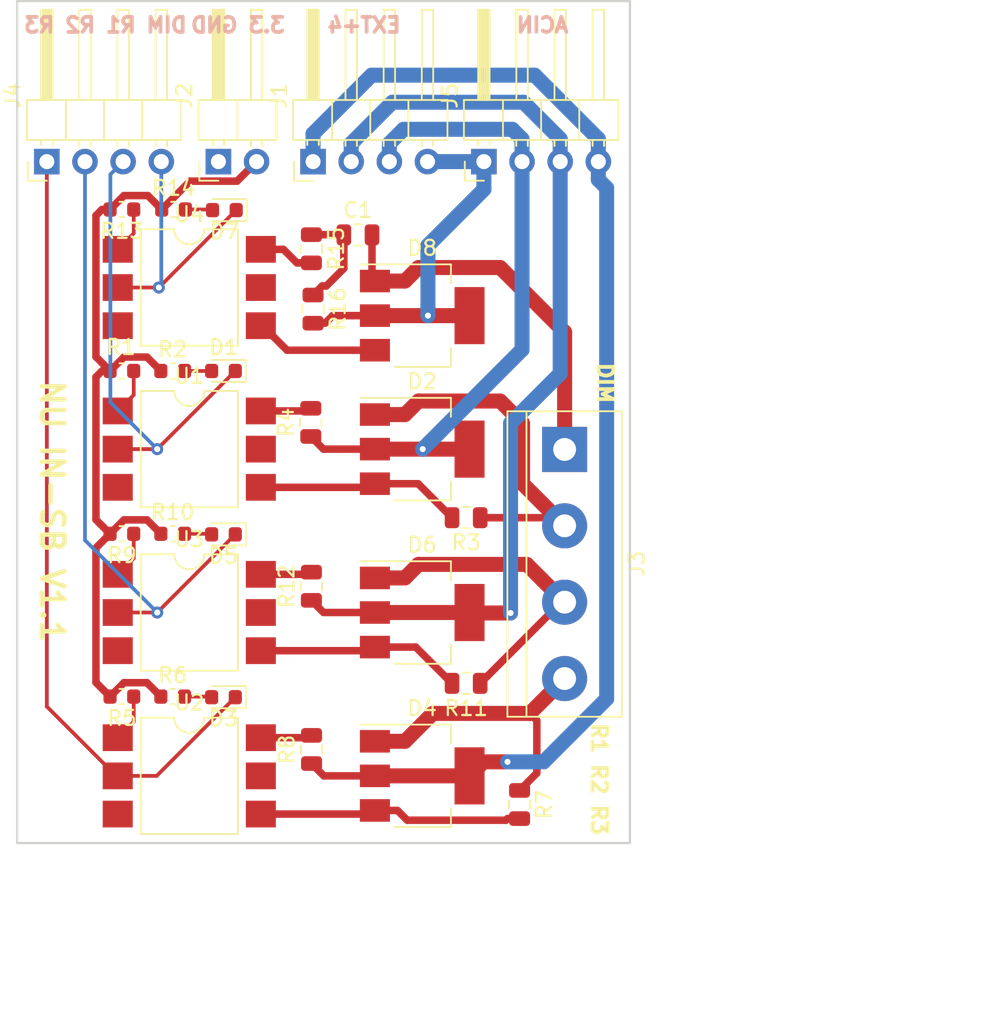
<source format=kicad_pcb>
(kicad_pcb (version 20171130) (host pcbnew 5.0.2-bee76a0~70~ubuntu18.04.1)

  (general
    (thickness 1.6)
    (drawings 12)
    (tracks 200)
    (zones 0)
    (modules 34)
    (nets 31)
  )

  (page A4)
  (layers
    (0 F.Cu signal)
    (31 B.Cu signal)
    (32 B.Adhes user)
    (33 F.Adhes user)
    (34 B.Paste user)
    (35 F.Paste user)
    (36 B.SilkS user)
    (37 F.SilkS user)
    (38 B.Mask user)
    (39 F.Mask user)
    (40 Dwgs.User user)
    (41 Cmts.User user)
    (42 Eco1.User user)
    (43 Eco2.User user)
    (44 Edge.Cuts user)
    (45 Margin user)
    (46 B.CrtYd user)
    (47 F.CrtYd user)
    (48 B.Fab user)
    (49 F.Fab user)
  )

  (setup
    (last_trace_width 0.25)
    (trace_clearance 0.2)
    (zone_clearance 0.508)
    (zone_45_only no)
    (trace_min 0.2)
    (segment_width 0.2)
    (edge_width 0.15)
    (via_size 0.8)
    (via_drill 0.4)
    (via_min_size 0.4)
    (via_min_drill 0.3)
    (uvia_size 0.3)
    (uvia_drill 0.1)
    (uvias_allowed no)
    (uvia_min_size 0.2)
    (uvia_min_drill 0.1)
    (pcb_text_width 0.3)
    (pcb_text_size 1.5 1.5)
    (mod_edge_width 0.15)
    (mod_text_size 1 1)
    (mod_text_width 0.15)
    (pad_size 1.524 1.524)
    (pad_drill 0.762)
    (pad_to_mask_clearance 0.051)
    (solder_mask_min_width 0.25)
    (aux_axis_origin 0 0)
    (visible_elements FFFBFF7F)
    (pcbplotparams
      (layerselection 0x010fc_ffffffff)
      (usegerberextensions true)
      (usegerberattributes false)
      (usegerberadvancedattributes false)
      (creategerberjobfile false)
      (excludeedgelayer true)
      (linewidth 0.100000)
      (plotframeref false)
      (viasonmask false)
      (mode 1)
      (useauxorigin false)
      (hpglpennumber 1)
      (hpglpenspeed 20)
      (hpglpendiameter 15.000000)
      (psnegative false)
      (psa4output false)
      (plotreference false)
      (plotvalue true)
      (plotinvisibletext false)
      (padsonsilk false)
      (subtractmaskfromsilk false)
      (outputformat 1)
      (mirror false)
      (drillshape 0)
      (scaleselection 1)
      (outputdirectory "Gerber_v1.1/"))
  )

  (net 0 "")
  (net 1 /ACO4)
  (net 2 "Net-(D1-Pad2)")
  (net 3 /Relay_1/DIN)
  (net 4 /ACO1)
  (net 5 /Relay_3/DIN)
  (net 6 "Net-(D3-Pad2)")
  (net 7 /ACO3)
  (net 8 /Relay_2/DIN)
  (net 9 "Net-(D5-Pad2)")
  (net 10 /ACO2)
  (net 11 "Net-(D7-Pad2)")
  (net 12 /dimmer_1/DIN)
  (net 13 /Relay_1/3.3V)
  (net 14 "Net-(R1-Pad1)")
  (net 15 "Net-(R5-Pad1)")
  (net 16 "Net-(R9-Pad1)")
  (net 17 "Net-(R13-Pad1)")
  (net 18 /ACIN1)
  (net 19 /ACIN3)
  (net 20 /ACIN2)
  (net 21 /ACIN4)
  (net 22 /Relay_1/AL2)
  (net 23 /Relay_3/AL2)
  (net 24 /Relay_2/AL2)
  (net 25 /Relay_1/AL1)
  (net 26 /Relay_3/AL1)
  (net 27 /Relay_2/AL1)
  (net 28 /dimmer_1/AL1)
  (net 29 /dimmer_1/AL3)
  (net 30 /dimmer_1/AL2)

  (net_class Default "This is the default net class."
    (clearance 0.2)
    (trace_width 0.25)
    (via_dia 0.8)
    (via_drill 0.4)
    (uvia_dia 0.3)
    (uvia_drill 0.1)
    (add_net /Relay_1/DIN)
    (add_net /Relay_2/DIN)
    (add_net /Relay_3/DIN)
    (add_net /dimmer_1/DIN)
    (add_net "Net-(D1-Pad2)")
    (add_net "Net-(D3-Pad2)")
    (add_net "Net-(D5-Pad2)")
    (add_net "Net-(D7-Pad2)")
    (add_net "Net-(R1-Pad1)")
    (add_net "Net-(R13-Pad1)")
    (add_net "Net-(R5-Pad1)")
    (add_net "Net-(R9-Pad1)")
  )

  (net_class 3V3 ""
    (clearance 0.2)
    (trace_width 0.5)
    (via_dia 0.8)
    (via_drill 0.4)
    (uvia_dia 0.3)
    (uvia_drill 0.1)
    (add_net /Relay_1/3.3V)
  )

  (net_class AC2A ""
    (clearance 0.8)
    (trace_width 1)
    (via_dia 0.8)
    (via_drill 0.4)
    (uvia_dia 0.3)
    (uvia_drill 0.1)
    (add_net /ACIN1)
    (add_net /ACIN2)
    (add_net /ACIN3)
    (add_net /ACIN4)
    (add_net /ACO1)
    (add_net /ACO2)
    (add_net /ACO3)
    (add_net /ACO4)
  )

  (net_class ACLC ""
    (clearance 0.8)
    (trace_width 0.5)
    (via_dia 0.8)
    (via_drill 0.4)
    (uvia_dia 0.3)
    (uvia_drill 0.1)
    (add_net /Relay_1/AL1)
    (add_net /Relay_1/AL2)
    (add_net /Relay_2/AL1)
    (add_net /Relay_2/AL2)
    (add_net /Relay_3/AL1)
    (add_net /Relay_3/AL2)
    (add_net /dimmer_1/AL1)
    (add_net /dimmer_1/AL2)
    (add_net /dimmer_1/AL3)
  )

  (module LED_SMD:LED_0603_1608Metric (layer F.Cu) (tedit 5B301BBE) (tstamp 5F2AAF00)
    (at 103.985 80.6 180)
    (descr "LED SMD 0603 (1608 Metric), square (rectangular) end terminal, IPC_7351 nominal, (Body size source: http://www.tortai-tech.com/upload/download/2011102023233369053.pdf), generated with kicad-footprint-generator")
    (tags diode)
    (path /5F11D141/5F1241A9)
    (attr smd)
    (fp_text reference D1 (at -0.025 1.575 180) (layer F.SilkS)
      (effects (font (size 1 1) (thickness 0.15)))
    )
    (fp_text value YELLOW (at 0 1.43 180) (layer F.Fab)
      (effects (font (size 1 1) (thickness 0.15)))
    )
    (fp_text user %R (at 0 0 180) (layer F.Fab)
      (effects (font (size 0.4 0.4) (thickness 0.06)))
    )
    (fp_line (start 1.48 0.73) (end -1.48 0.73) (layer F.CrtYd) (width 0.05))
    (fp_line (start 1.48 -0.73) (end 1.48 0.73) (layer F.CrtYd) (width 0.05))
    (fp_line (start -1.48 -0.73) (end 1.48 -0.73) (layer F.CrtYd) (width 0.05))
    (fp_line (start -1.48 0.73) (end -1.48 -0.73) (layer F.CrtYd) (width 0.05))
    (fp_line (start -1.485 0.735) (end 0.8 0.735) (layer F.SilkS) (width 0.12))
    (fp_line (start -1.485 -0.735) (end -1.485 0.735) (layer F.SilkS) (width 0.12))
    (fp_line (start 0.8 -0.735) (end -1.485 -0.735) (layer F.SilkS) (width 0.12))
    (fp_line (start 0.8 0.4) (end 0.8 -0.4) (layer F.Fab) (width 0.1))
    (fp_line (start -0.8 0.4) (end 0.8 0.4) (layer F.Fab) (width 0.1))
    (fp_line (start -0.8 -0.1) (end -0.8 0.4) (layer F.Fab) (width 0.1))
    (fp_line (start -0.5 -0.4) (end -0.8 -0.1) (layer F.Fab) (width 0.1))
    (fp_line (start 0.8 -0.4) (end -0.5 -0.4) (layer F.Fab) (width 0.1))
    (pad 2 smd roundrect (at 0.7875 0 180) (size 0.875 0.95) (layers F.Cu F.Paste F.Mask) (roundrect_rratio 0.25)
      (net 2 "Net-(D1-Pad2)"))
    (pad 1 smd roundrect (at -0.7875 0 180) (size 0.875 0.95) (layers F.Cu F.Paste F.Mask) (roundrect_rratio 0.25)
      (net 3 /Relay_1/DIN))
    (model ${KISYS3DMOD}/LED_SMD.3dshapes/LED_0603_1608Metric.wrl
      (at (xyz 0 0 0))
      (scale (xyz 1 1 1))
      (rotate (xyz 0 0 0))
    )
  )

  (module Package_TO_SOT_SMD:SOT-223 (layer F.Cu) (tedit 5A02FF57) (tstamp 5F2AC1DC)
    (at 117.22 85.8)
    (descr "module CMS SOT223 4 pins")
    (tags "CMS SOT")
    (path /5F11D141/5F1241BF)
    (attr smd)
    (fp_text reference D2 (at 0 -4.5) (layer F.SilkS)
      (effects (font (size 1 1) (thickness 0.15)))
    )
    (fp_text value Z0103MN (at 0 4.5) (layer F.Fab)
      (effects (font (size 1 1) (thickness 0.15)))
    )
    (fp_text user %R (at 0 0 90) (layer F.Fab)
      (effects (font (size 0.8 0.8) (thickness 0.12)))
    )
    (fp_line (start -1.85 -2.3) (end -0.8 -3.35) (layer F.Fab) (width 0.1))
    (fp_line (start 1.91 3.41) (end 1.91 2.15) (layer F.SilkS) (width 0.12))
    (fp_line (start 1.91 -3.41) (end 1.91 -2.15) (layer F.SilkS) (width 0.12))
    (fp_line (start 4.4 -3.6) (end -4.4 -3.6) (layer F.CrtYd) (width 0.05))
    (fp_line (start 4.4 3.6) (end 4.4 -3.6) (layer F.CrtYd) (width 0.05))
    (fp_line (start -4.4 3.6) (end 4.4 3.6) (layer F.CrtYd) (width 0.05))
    (fp_line (start -4.4 -3.6) (end -4.4 3.6) (layer F.CrtYd) (width 0.05))
    (fp_line (start -1.85 -2.3) (end -1.85 3.35) (layer F.Fab) (width 0.1))
    (fp_line (start -1.85 3.41) (end 1.91 3.41) (layer F.SilkS) (width 0.12))
    (fp_line (start -0.8 -3.35) (end 1.85 -3.35) (layer F.Fab) (width 0.1))
    (fp_line (start -4.1 -3.41) (end 1.91 -3.41) (layer F.SilkS) (width 0.12))
    (fp_line (start -1.85 3.35) (end 1.85 3.35) (layer F.Fab) (width 0.1))
    (fp_line (start 1.85 -3.35) (end 1.85 3.35) (layer F.Fab) (width 0.1))
    (pad 4 smd rect (at 3.15 0) (size 2 3.8) (layers F.Cu F.Paste F.Mask)
      (net 20 /ACIN2))
    (pad 2 smd rect (at -3.15 0) (size 2 1.5) (layers F.Cu F.Paste F.Mask)
      (net 20 /ACIN2))
    (pad 3 smd rect (at -3.15 2.3) (size 2 1.5) (layers F.Cu F.Paste F.Mask)
      (net 22 /Relay_1/AL2))
    (pad 1 smd rect (at -3.15 -2.3) (size 2 1.5) (layers F.Cu F.Paste F.Mask)
      (net 10 /ACO2))
    (model ${KISYS3DMOD}/Package_TO_SOT_SMD.3dshapes/SOT-223.wrl
      (at (xyz 0 0 0))
      (scale (xyz 1 1 1))
      (rotate (xyz 0 0 0))
    )
  )

  (module LED_SMD:LED_0603_1608Metric (layer F.Cu) (tedit 5B301BBE) (tstamp 5F2AAE97)
    (at 103.985 102.3 180)
    (descr "LED SMD 0603 (1608 Metric), square (rectangular) end terminal, IPC_7351 nominal, (Body size source: http://www.tortai-tech.com/upload/download/2011102023233369053.pdf), generated with kicad-footprint-generator")
    (tags diode)
    (path /5F11F3F8/5F1241A9)
    (attr smd)
    (fp_text reference D3 (at 0 -1.43 180) (layer F.SilkS)
      (effects (font (size 1 1) (thickness 0.15)))
    )
    (fp_text value YELLOW (at 0 1.43 180) (layer F.Fab)
      (effects (font (size 1 1) (thickness 0.15)))
    )
    (fp_line (start 0.8 -0.4) (end -0.5 -0.4) (layer F.Fab) (width 0.1))
    (fp_line (start -0.5 -0.4) (end -0.8 -0.1) (layer F.Fab) (width 0.1))
    (fp_line (start -0.8 -0.1) (end -0.8 0.4) (layer F.Fab) (width 0.1))
    (fp_line (start -0.8 0.4) (end 0.8 0.4) (layer F.Fab) (width 0.1))
    (fp_line (start 0.8 0.4) (end 0.8 -0.4) (layer F.Fab) (width 0.1))
    (fp_line (start 0.8 -0.735) (end -1.485 -0.735) (layer F.SilkS) (width 0.12))
    (fp_line (start -1.485 -0.735) (end -1.485 0.735) (layer F.SilkS) (width 0.12))
    (fp_line (start -1.485 0.735) (end 0.8 0.735) (layer F.SilkS) (width 0.12))
    (fp_line (start -1.48 0.73) (end -1.48 -0.73) (layer F.CrtYd) (width 0.05))
    (fp_line (start -1.48 -0.73) (end 1.48 -0.73) (layer F.CrtYd) (width 0.05))
    (fp_line (start 1.48 -0.73) (end 1.48 0.73) (layer F.CrtYd) (width 0.05))
    (fp_line (start 1.48 0.73) (end -1.48 0.73) (layer F.CrtYd) (width 0.05))
    (fp_text user %R (at 0 0 180) (layer F.Fab)
      (effects (font (size 0.4 0.4) (thickness 0.06)))
    )
    (pad 1 smd roundrect (at -0.7875 0 180) (size 0.875 0.95) (layers F.Cu F.Paste F.Mask) (roundrect_rratio 0.25)
      (net 5 /Relay_3/DIN))
    (pad 2 smd roundrect (at 0.7875 0 180) (size 0.875 0.95) (layers F.Cu F.Paste F.Mask) (roundrect_rratio 0.25)
      (net 6 "Net-(D3-Pad2)"))
    (model ${KISYS3DMOD}/LED_SMD.3dshapes/LED_0603_1608Metric.wrl
      (at (xyz 0 0 0))
      (scale (xyz 1 1 1))
      (rotate (xyz 0 0 0))
    )
  )

  (module Package_TO_SOT_SMD:SOT-223 (layer F.Cu) (tedit 5A02FF57) (tstamp 5F2A0F50)
    (at 117.22 107.533332)
    (descr "module CMS SOT223 4 pins")
    (tags "CMS SOT")
    (path /5F11F3F8/5F1241BF)
    (attr smd)
    (fp_text reference D4 (at 0 -4.5) (layer F.SilkS)
      (effects (font (size 1 1) (thickness 0.15)))
    )
    (fp_text value Z0103MN (at 0 4.5) (layer F.Fab)
      (effects (font (size 1 1) (thickness 0.15)))
    )
    (fp_text user %R (at 0 0 90) (layer F.Fab)
      (effects (font (size 0.8 0.8) (thickness 0.12)))
    )
    (fp_line (start -1.85 -2.3) (end -0.8 -3.35) (layer F.Fab) (width 0.1))
    (fp_line (start 1.91 3.41) (end 1.91 2.15) (layer F.SilkS) (width 0.12))
    (fp_line (start 1.91 -3.41) (end 1.91 -2.15) (layer F.SilkS) (width 0.12))
    (fp_line (start 4.4 -3.6) (end -4.4 -3.6) (layer F.CrtYd) (width 0.05))
    (fp_line (start 4.4 3.6) (end 4.4 -3.6) (layer F.CrtYd) (width 0.05))
    (fp_line (start -4.4 3.6) (end 4.4 3.6) (layer F.CrtYd) (width 0.05))
    (fp_line (start -4.4 -3.6) (end -4.4 3.6) (layer F.CrtYd) (width 0.05))
    (fp_line (start -1.85 -2.3) (end -1.85 3.35) (layer F.Fab) (width 0.1))
    (fp_line (start -1.85 3.41) (end 1.91 3.41) (layer F.SilkS) (width 0.12))
    (fp_line (start -0.8 -3.35) (end 1.85 -3.35) (layer F.Fab) (width 0.1))
    (fp_line (start -4.1 -3.41) (end 1.91 -3.41) (layer F.SilkS) (width 0.12))
    (fp_line (start -1.85 3.35) (end 1.85 3.35) (layer F.Fab) (width 0.1))
    (fp_line (start 1.85 -3.35) (end 1.85 3.35) (layer F.Fab) (width 0.1))
    (pad 4 smd rect (at 3.15 0) (size 2 3.8) (layers F.Cu F.Paste F.Mask)
      (net 21 /ACIN4))
    (pad 2 smd rect (at -3.15 0) (size 2 1.5) (layers F.Cu F.Paste F.Mask)
      (net 21 /ACIN4))
    (pad 3 smd rect (at -3.15 2.3) (size 2 1.5) (layers F.Cu F.Paste F.Mask)
      (net 23 /Relay_3/AL2))
    (pad 1 smd rect (at -3.15 -2.3) (size 2 1.5) (layers F.Cu F.Paste F.Mask)
      (net 1 /ACO4))
    (model ${KISYS3DMOD}/Package_TO_SOT_SMD.3dshapes/SOT-223.wrl
      (at (xyz 0 0 0))
      (scale (xyz 1 1 1))
      (rotate (xyz 0 0 0))
    )
  )

  (module LED_SMD:LED_0603_1608Metric (layer F.Cu) (tedit 5B301BBE) (tstamp 5F2AAD6B)
    (at 103.985 91.47 180)
    (descr "LED SMD 0603 (1608 Metric), square (rectangular) end terminal, IPC_7351 nominal, (Body size source: http://www.tortai-tech.com/upload/download/2011102023233369053.pdf), generated with kicad-footprint-generator")
    (tags diode)
    (path /5F11F400/5F1241A9)
    (attr smd)
    (fp_text reference D5 (at 0 -1.43 180) (layer F.SilkS)
      (effects (font (size 1 1) (thickness 0.15)))
    )
    (fp_text value YELLOW (at 0 1.43 180) (layer F.Fab)
      (effects (font (size 1 1) (thickness 0.15)))
    )
    (fp_line (start 0.8 -0.4) (end -0.5 -0.4) (layer F.Fab) (width 0.1))
    (fp_line (start -0.5 -0.4) (end -0.8 -0.1) (layer F.Fab) (width 0.1))
    (fp_line (start -0.8 -0.1) (end -0.8 0.4) (layer F.Fab) (width 0.1))
    (fp_line (start -0.8 0.4) (end 0.8 0.4) (layer F.Fab) (width 0.1))
    (fp_line (start 0.8 0.4) (end 0.8 -0.4) (layer F.Fab) (width 0.1))
    (fp_line (start 0.8 -0.735) (end -1.485 -0.735) (layer F.SilkS) (width 0.12))
    (fp_line (start -1.485 -0.735) (end -1.485 0.735) (layer F.SilkS) (width 0.12))
    (fp_line (start -1.485 0.735) (end 0.8 0.735) (layer F.SilkS) (width 0.12))
    (fp_line (start -1.48 0.73) (end -1.48 -0.73) (layer F.CrtYd) (width 0.05))
    (fp_line (start -1.48 -0.73) (end 1.48 -0.73) (layer F.CrtYd) (width 0.05))
    (fp_line (start 1.48 -0.73) (end 1.48 0.73) (layer F.CrtYd) (width 0.05))
    (fp_line (start 1.48 0.73) (end -1.48 0.73) (layer F.CrtYd) (width 0.05))
    (fp_text user %R (at 0 0 180) (layer F.Fab)
      (effects (font (size 0.4 0.4) (thickness 0.06)))
    )
    (pad 1 smd roundrect (at -0.7875 0 180) (size 0.875 0.95) (layers F.Cu F.Paste F.Mask) (roundrect_rratio 0.25)
      (net 8 /Relay_2/DIN))
    (pad 2 smd roundrect (at 0.7875 0 180) (size 0.875 0.95) (layers F.Cu F.Paste F.Mask) (roundrect_rratio 0.25)
      (net 9 "Net-(D5-Pad2)"))
    (model ${KISYS3DMOD}/LED_SMD.3dshapes/LED_0603_1608Metric.wrl
      (at (xyz 0 0 0))
      (scale (xyz 1 1 1))
      (rotate (xyz 0 0 0))
    )
  )

  (module Package_TO_SOT_SMD:SOT-223 (layer F.Cu) (tedit 5A02FF57) (tstamp 5F2A0F79)
    (at 117.22 96.666666)
    (descr "module CMS SOT223 4 pins")
    (tags "CMS SOT")
    (path /5F11F400/5F1241BF)
    (attr smd)
    (fp_text reference D6 (at 0 -4.5) (layer F.SilkS)
      (effects (font (size 1 1) (thickness 0.15)))
    )
    (fp_text value Z0103MN (at 0 4.5) (layer F.Fab)
      (effects (font (size 1 1) (thickness 0.15)))
    )
    (fp_line (start 1.85 -3.35) (end 1.85 3.35) (layer F.Fab) (width 0.1))
    (fp_line (start -1.85 3.35) (end 1.85 3.35) (layer F.Fab) (width 0.1))
    (fp_line (start -4.1 -3.41) (end 1.91 -3.41) (layer F.SilkS) (width 0.12))
    (fp_line (start -0.8 -3.35) (end 1.85 -3.35) (layer F.Fab) (width 0.1))
    (fp_line (start -1.85 3.41) (end 1.91 3.41) (layer F.SilkS) (width 0.12))
    (fp_line (start -1.85 -2.3) (end -1.85 3.35) (layer F.Fab) (width 0.1))
    (fp_line (start -4.4 -3.6) (end -4.4 3.6) (layer F.CrtYd) (width 0.05))
    (fp_line (start -4.4 3.6) (end 4.4 3.6) (layer F.CrtYd) (width 0.05))
    (fp_line (start 4.4 3.6) (end 4.4 -3.6) (layer F.CrtYd) (width 0.05))
    (fp_line (start 4.4 -3.6) (end -4.4 -3.6) (layer F.CrtYd) (width 0.05))
    (fp_line (start 1.91 -3.41) (end 1.91 -2.15) (layer F.SilkS) (width 0.12))
    (fp_line (start 1.91 3.41) (end 1.91 2.15) (layer F.SilkS) (width 0.12))
    (fp_line (start -1.85 -2.3) (end -0.8 -3.35) (layer F.Fab) (width 0.1))
    (fp_text user %R (at 0 0 90) (layer F.Fab)
      (effects (font (size 0.8 0.8) (thickness 0.12)))
    )
    (pad 1 smd rect (at -3.15 -2.3) (size 2 1.5) (layers F.Cu F.Paste F.Mask)
      (net 7 /ACO3))
    (pad 3 smd rect (at -3.15 2.3) (size 2 1.5) (layers F.Cu F.Paste F.Mask)
      (net 24 /Relay_2/AL2))
    (pad 2 smd rect (at -3.15 0) (size 2 1.5) (layers F.Cu F.Paste F.Mask)
      (net 19 /ACIN3))
    (pad 4 smd rect (at 3.15 0) (size 2 3.8) (layers F.Cu F.Paste F.Mask)
      (net 19 /ACIN3))
    (model ${KISYS3DMOD}/Package_TO_SOT_SMD.3dshapes/SOT-223.wrl
      (at (xyz 0 0 0))
      (scale (xyz 1 1 1))
      (rotate (xyz 0 0 0))
    )
  )

  (module LED_SMD:LED_0603_1608Metric (layer F.Cu) (tedit 5B301BBE) (tstamp 5F2AAF3F)
    (at 104.045 69.9 180)
    (descr "LED SMD 0603 (1608 Metric), square (rectangular) end terminal, IPC_7351 nominal, (Body size source: http://www.tortai-tech.com/upload/download/2011102023233369053.pdf), generated with kicad-footprint-generator")
    (tags diode)
    (path /5F11F478/5F11F4B2)
    (attr smd)
    (fp_text reference D7 (at 0 -1.43 180) (layer F.SilkS)
      (effects (font (size 1 1) (thickness 0.15)))
    )
    (fp_text value YELLOW (at 0 1.43 180) (layer F.Fab)
      (effects (font (size 1 1) (thickness 0.15)))
    )
    (fp_text user %R (at 0 0 180) (layer F.Fab)
      (effects (font (size 0.4 0.4) (thickness 0.06)))
    )
    (fp_line (start 1.48 0.73) (end -1.48 0.73) (layer F.CrtYd) (width 0.05))
    (fp_line (start 1.48 -0.73) (end 1.48 0.73) (layer F.CrtYd) (width 0.05))
    (fp_line (start -1.48 -0.73) (end 1.48 -0.73) (layer F.CrtYd) (width 0.05))
    (fp_line (start -1.48 0.73) (end -1.48 -0.73) (layer F.CrtYd) (width 0.05))
    (fp_line (start -1.485 0.735) (end 0.8 0.735) (layer F.SilkS) (width 0.12))
    (fp_line (start -1.485 -0.735) (end -1.485 0.735) (layer F.SilkS) (width 0.12))
    (fp_line (start 0.8 -0.735) (end -1.485 -0.735) (layer F.SilkS) (width 0.12))
    (fp_line (start 0.8 0.4) (end 0.8 -0.4) (layer F.Fab) (width 0.1))
    (fp_line (start -0.8 0.4) (end 0.8 0.4) (layer F.Fab) (width 0.1))
    (fp_line (start -0.8 -0.1) (end -0.8 0.4) (layer F.Fab) (width 0.1))
    (fp_line (start -0.5 -0.4) (end -0.8 -0.1) (layer F.Fab) (width 0.1))
    (fp_line (start 0.8 -0.4) (end -0.5 -0.4) (layer F.Fab) (width 0.1))
    (pad 2 smd roundrect (at 0.7875 0 180) (size 0.875 0.95) (layers F.Cu F.Paste F.Mask) (roundrect_rratio 0.25)
      (net 11 "Net-(D7-Pad2)"))
    (pad 1 smd roundrect (at -0.7875 0 180) (size 0.875 0.95) (layers F.Cu F.Paste F.Mask) (roundrect_rratio 0.25)
      (net 12 /dimmer_1/DIN))
    (model ${KISYS3DMOD}/LED_SMD.3dshapes/LED_0603_1608Metric.wrl
      (at (xyz 0 0 0))
      (scale (xyz 1 1 1))
      (rotate (xyz 0 0 0))
    )
  )

  (module Package_TO_SOT_SMD:SOT-223 (layer F.Cu) (tedit 5A02FF57) (tstamp 5F2A0FA2)
    (at 117.22 76.92)
    (descr "module CMS SOT223 4 pins")
    (tags "CMS SOT")
    (path /5F11F478/5F11F4B4)
    (attr smd)
    (fp_text reference D8 (at 0 -4.5) (layer F.SilkS)
      (effects (font (size 1 1) (thickness 0.15)))
    )
    (fp_text value Z0103MN (at 0 4.5) (layer F.Fab)
      (effects (font (size 1 1) (thickness 0.15)))
    )
    (fp_line (start 1.85 -3.35) (end 1.85 3.35) (layer F.Fab) (width 0.1))
    (fp_line (start -1.85 3.35) (end 1.85 3.35) (layer F.Fab) (width 0.1))
    (fp_line (start -4.1 -3.41) (end 1.91 -3.41) (layer F.SilkS) (width 0.12))
    (fp_line (start -0.8 -3.35) (end 1.85 -3.35) (layer F.Fab) (width 0.1))
    (fp_line (start -1.85 3.41) (end 1.91 3.41) (layer F.SilkS) (width 0.12))
    (fp_line (start -1.85 -2.3) (end -1.85 3.35) (layer F.Fab) (width 0.1))
    (fp_line (start -4.4 -3.6) (end -4.4 3.6) (layer F.CrtYd) (width 0.05))
    (fp_line (start -4.4 3.6) (end 4.4 3.6) (layer F.CrtYd) (width 0.05))
    (fp_line (start 4.4 3.6) (end 4.4 -3.6) (layer F.CrtYd) (width 0.05))
    (fp_line (start 4.4 -3.6) (end -4.4 -3.6) (layer F.CrtYd) (width 0.05))
    (fp_line (start 1.91 -3.41) (end 1.91 -2.15) (layer F.SilkS) (width 0.12))
    (fp_line (start 1.91 3.41) (end 1.91 2.15) (layer F.SilkS) (width 0.12))
    (fp_line (start -1.85 -2.3) (end -0.8 -3.35) (layer F.Fab) (width 0.1))
    (fp_text user %R (at 0 0 90) (layer F.Fab)
      (effects (font (size 0.8 0.8) (thickness 0.12)))
    )
    (pad 1 smd rect (at -3.15 -2.3) (size 2 1.5) (layers F.Cu F.Paste F.Mask)
      (net 4 /ACO1))
    (pad 3 smd rect (at -3.15 2.3) (size 2 1.5) (layers F.Cu F.Paste F.Mask)
      (net 29 /dimmer_1/AL3))
    (pad 2 smd rect (at -3.15 0) (size 2 1.5) (layers F.Cu F.Paste F.Mask)
      (net 18 /ACIN1))
    (pad 4 smd rect (at 3.15 0) (size 2 3.8) (layers F.Cu F.Paste F.Mask)
      (net 18 /ACIN1))
    (model ${KISYS3DMOD}/Package_TO_SOT_SMD.3dshapes/SOT-223.wrl
      (at (xyz 0 0 0))
      (scale (xyz 1 1 1))
      (rotate (xyz 0 0 0))
    )
  )

  (module Connector_PinHeader_2.54mm:PinHeader_1x04_P2.54mm_Horizontal (layer F.Cu) (tedit 59FED5CB) (tstamp 5F2AD213)
    (at 109.95 66.675 90)
    (descr "Through hole angled pin header, 1x04, 2.54mm pitch, 6mm pin length, single row")
    (tags "Through hole angled pin header THT 1x04 2.54mm single row")
    (path /5F132682)
    (fp_text reference J1 (at 4.385 -2.27 90) (layer F.SilkS)
      (effects (font (size 1 1) (thickness 0.15)))
    )
    (fp_text value Conn_01x04 (at 4.385 9.89 90) (layer F.Fab)
      (effects (font (size 1 1) (thickness 0.15)))
    )
    (fp_line (start 2.135 -1.27) (end 4.04 -1.27) (layer F.Fab) (width 0.1))
    (fp_line (start 4.04 -1.27) (end 4.04 8.89) (layer F.Fab) (width 0.1))
    (fp_line (start 4.04 8.89) (end 1.5 8.89) (layer F.Fab) (width 0.1))
    (fp_line (start 1.5 8.89) (end 1.5 -0.635) (layer F.Fab) (width 0.1))
    (fp_line (start 1.5 -0.635) (end 2.135 -1.27) (layer F.Fab) (width 0.1))
    (fp_line (start -0.32 -0.32) (end 1.5 -0.32) (layer F.Fab) (width 0.1))
    (fp_line (start -0.32 -0.32) (end -0.32 0.32) (layer F.Fab) (width 0.1))
    (fp_line (start -0.32 0.32) (end 1.5 0.32) (layer F.Fab) (width 0.1))
    (fp_line (start 4.04 -0.32) (end 10.04 -0.32) (layer F.Fab) (width 0.1))
    (fp_line (start 10.04 -0.32) (end 10.04 0.32) (layer F.Fab) (width 0.1))
    (fp_line (start 4.04 0.32) (end 10.04 0.32) (layer F.Fab) (width 0.1))
    (fp_line (start -0.32 2.22) (end 1.5 2.22) (layer F.Fab) (width 0.1))
    (fp_line (start -0.32 2.22) (end -0.32 2.86) (layer F.Fab) (width 0.1))
    (fp_line (start -0.32 2.86) (end 1.5 2.86) (layer F.Fab) (width 0.1))
    (fp_line (start 4.04 2.22) (end 10.04 2.22) (layer F.Fab) (width 0.1))
    (fp_line (start 10.04 2.22) (end 10.04 2.86) (layer F.Fab) (width 0.1))
    (fp_line (start 4.04 2.86) (end 10.04 2.86) (layer F.Fab) (width 0.1))
    (fp_line (start -0.32 4.76) (end 1.5 4.76) (layer F.Fab) (width 0.1))
    (fp_line (start -0.32 4.76) (end -0.32 5.4) (layer F.Fab) (width 0.1))
    (fp_line (start -0.32 5.4) (end 1.5 5.4) (layer F.Fab) (width 0.1))
    (fp_line (start 4.04 4.76) (end 10.04 4.76) (layer F.Fab) (width 0.1))
    (fp_line (start 10.04 4.76) (end 10.04 5.4) (layer F.Fab) (width 0.1))
    (fp_line (start 4.04 5.4) (end 10.04 5.4) (layer F.Fab) (width 0.1))
    (fp_line (start -0.32 7.3) (end 1.5 7.3) (layer F.Fab) (width 0.1))
    (fp_line (start -0.32 7.3) (end -0.32 7.94) (layer F.Fab) (width 0.1))
    (fp_line (start -0.32 7.94) (end 1.5 7.94) (layer F.Fab) (width 0.1))
    (fp_line (start 4.04 7.3) (end 10.04 7.3) (layer F.Fab) (width 0.1))
    (fp_line (start 10.04 7.3) (end 10.04 7.94) (layer F.Fab) (width 0.1))
    (fp_line (start 4.04 7.94) (end 10.04 7.94) (layer F.Fab) (width 0.1))
    (fp_line (start 1.44 -1.33) (end 1.44 8.95) (layer F.SilkS) (width 0.12))
    (fp_line (start 1.44 8.95) (end 4.1 8.95) (layer F.SilkS) (width 0.12))
    (fp_line (start 4.1 8.95) (end 4.1 -1.33) (layer F.SilkS) (width 0.12))
    (fp_line (start 4.1 -1.33) (end 1.44 -1.33) (layer F.SilkS) (width 0.12))
    (fp_line (start 4.1 -0.38) (end 10.1 -0.38) (layer F.SilkS) (width 0.12))
    (fp_line (start 10.1 -0.38) (end 10.1 0.38) (layer F.SilkS) (width 0.12))
    (fp_line (start 10.1 0.38) (end 4.1 0.38) (layer F.SilkS) (width 0.12))
    (fp_line (start 4.1 -0.32) (end 10.1 -0.32) (layer F.SilkS) (width 0.12))
    (fp_line (start 4.1 -0.2) (end 10.1 -0.2) (layer F.SilkS) (width 0.12))
    (fp_line (start 4.1 -0.08) (end 10.1 -0.08) (layer F.SilkS) (width 0.12))
    (fp_line (start 4.1 0.04) (end 10.1 0.04) (layer F.SilkS) (width 0.12))
    (fp_line (start 4.1 0.16) (end 10.1 0.16) (layer F.SilkS) (width 0.12))
    (fp_line (start 4.1 0.28) (end 10.1 0.28) (layer F.SilkS) (width 0.12))
    (fp_line (start 1.11 -0.38) (end 1.44 -0.38) (layer F.SilkS) (width 0.12))
    (fp_line (start 1.11 0.38) (end 1.44 0.38) (layer F.SilkS) (width 0.12))
    (fp_line (start 1.44 1.27) (end 4.1 1.27) (layer F.SilkS) (width 0.12))
    (fp_line (start 4.1 2.16) (end 10.1 2.16) (layer F.SilkS) (width 0.12))
    (fp_line (start 10.1 2.16) (end 10.1 2.92) (layer F.SilkS) (width 0.12))
    (fp_line (start 10.1 2.92) (end 4.1 2.92) (layer F.SilkS) (width 0.12))
    (fp_line (start 1.042929 2.16) (end 1.44 2.16) (layer F.SilkS) (width 0.12))
    (fp_line (start 1.042929 2.92) (end 1.44 2.92) (layer F.SilkS) (width 0.12))
    (fp_line (start 1.44 3.81) (end 4.1 3.81) (layer F.SilkS) (width 0.12))
    (fp_line (start 4.1 4.7) (end 10.1 4.7) (layer F.SilkS) (width 0.12))
    (fp_line (start 10.1 4.7) (end 10.1 5.46) (layer F.SilkS) (width 0.12))
    (fp_line (start 10.1 5.46) (end 4.1 5.46) (layer F.SilkS) (width 0.12))
    (fp_line (start 1.042929 4.7) (end 1.44 4.7) (layer F.SilkS) (width 0.12))
    (fp_line (start 1.042929 5.46) (end 1.44 5.46) (layer F.SilkS) (width 0.12))
    (fp_line (start 1.44 6.35) (end 4.1 6.35) (layer F.SilkS) (width 0.12))
    (fp_line (start 4.1 7.24) (end 10.1 7.24) (layer F.SilkS) (width 0.12))
    (fp_line (start 10.1 7.24) (end 10.1 8) (layer F.SilkS) (width 0.12))
    (fp_line (start 10.1 8) (end 4.1 8) (layer F.SilkS) (width 0.12))
    (fp_line (start 1.042929 7.24) (end 1.44 7.24) (layer F.SilkS) (width 0.12))
    (fp_line (start 1.042929 8) (end 1.44 8) (layer F.SilkS) (width 0.12))
    (fp_line (start -1.27 0) (end -1.27 -1.27) (layer F.SilkS) (width 0.12))
    (fp_line (start -1.27 -1.27) (end 0 -1.27) (layer F.SilkS) (width 0.12))
    (fp_line (start -1.8 -1.8) (end -1.8 9.4) (layer F.CrtYd) (width 0.05))
    (fp_line (start -1.8 9.4) (end 10.55 9.4) (layer F.CrtYd) (width 0.05))
    (fp_line (start 10.55 9.4) (end 10.55 -1.8) (layer F.CrtYd) (width 0.05))
    (fp_line (start 10.55 -1.8) (end -1.8 -1.8) (layer F.CrtYd) (width 0.05))
    (fp_text user %R (at 2.77 3.81 180) (layer F.Fab)
      (effects (font (size 1 1) (thickness 0.15)))
    )
    (pad 1 thru_hole rect (at 0 0 90) (size 1.7 1.7) (drill 1) (layers *.Cu *.Mask)
      (net 21 /ACIN4))
    (pad 2 thru_hole oval (at 0 2.54 90) (size 1.7 1.7) (drill 1) (layers *.Cu *.Mask)
      (net 19 /ACIN3))
    (pad 3 thru_hole oval (at 0 5.08 90) (size 1.7 1.7) (drill 1) (layers *.Cu *.Mask)
      (net 20 /ACIN2))
    (pad 4 thru_hole oval (at 0 7.62 90) (size 1.7 1.7) (drill 1) (layers *.Cu *.Mask)
      (net 18 /ACIN1))
    (model ${KISYS3DMOD}/Connector_PinHeader_2.54mm.3dshapes/PinHeader_1x04_P2.54mm_Horizontal.wrl
      (at (xyz 0 0 0))
      (scale (xyz 1 1 1))
      (rotate (xyz 0 0 0))
    )
  )

  (module Connector_PinHeader_2.54mm:PinHeader_1x02_P2.54mm_Horizontal (layer F.Cu) (tedit 59FED5CB) (tstamp 5F2A1022)
    (at 103.65 66.675 90)
    (descr "Through hole angled pin header, 1x02, 2.54mm pitch, 6mm pin length, single row")
    (tags "Through hole angled pin header THT 1x02 2.54mm single row")
    (path /5F129589)
    (fp_text reference J2 (at 4.385 -2.27 90) (layer F.SilkS)
      (effects (font (size 1 1) (thickness 0.15)))
    )
    (fp_text value Conn_01x02 (at 4.385 4.81 90) (layer F.Fab)
      (effects (font (size 1 1) (thickness 0.15)))
    )
    (fp_line (start 2.135 -1.27) (end 4.04 -1.27) (layer F.Fab) (width 0.1))
    (fp_line (start 4.04 -1.27) (end 4.04 3.81) (layer F.Fab) (width 0.1))
    (fp_line (start 4.04 3.81) (end 1.5 3.81) (layer F.Fab) (width 0.1))
    (fp_line (start 1.5 3.81) (end 1.5 -0.635) (layer F.Fab) (width 0.1))
    (fp_line (start 1.5 -0.635) (end 2.135 -1.27) (layer F.Fab) (width 0.1))
    (fp_line (start -0.32 -0.32) (end 1.5 -0.32) (layer F.Fab) (width 0.1))
    (fp_line (start -0.32 -0.32) (end -0.32 0.32) (layer F.Fab) (width 0.1))
    (fp_line (start -0.32 0.32) (end 1.5 0.32) (layer F.Fab) (width 0.1))
    (fp_line (start 4.04 -0.32) (end 10.04 -0.32) (layer F.Fab) (width 0.1))
    (fp_line (start 10.04 -0.32) (end 10.04 0.32) (layer F.Fab) (width 0.1))
    (fp_line (start 4.04 0.32) (end 10.04 0.32) (layer F.Fab) (width 0.1))
    (fp_line (start -0.32 2.22) (end 1.5 2.22) (layer F.Fab) (width 0.1))
    (fp_line (start -0.32 2.22) (end -0.32 2.86) (layer F.Fab) (width 0.1))
    (fp_line (start -0.32 2.86) (end 1.5 2.86) (layer F.Fab) (width 0.1))
    (fp_line (start 4.04 2.22) (end 10.04 2.22) (layer F.Fab) (width 0.1))
    (fp_line (start 10.04 2.22) (end 10.04 2.86) (layer F.Fab) (width 0.1))
    (fp_line (start 4.04 2.86) (end 10.04 2.86) (layer F.Fab) (width 0.1))
    (fp_line (start 1.44 -1.33) (end 1.44 3.87) (layer F.SilkS) (width 0.12))
    (fp_line (start 1.44 3.87) (end 4.1 3.87) (layer F.SilkS) (width 0.12))
    (fp_line (start 4.1 3.87) (end 4.1 -1.33) (layer F.SilkS) (width 0.12))
    (fp_line (start 4.1 -1.33) (end 1.44 -1.33) (layer F.SilkS) (width 0.12))
    (fp_line (start 4.1 -0.38) (end 10.1 -0.38) (layer F.SilkS) (width 0.12))
    (fp_line (start 10.1 -0.38) (end 10.1 0.38) (layer F.SilkS) (width 0.12))
    (fp_line (start 10.1 0.38) (end 4.1 0.38) (layer F.SilkS) (width 0.12))
    (fp_line (start 4.1 -0.32) (end 10.1 -0.32) (layer F.SilkS) (width 0.12))
    (fp_line (start 4.1 -0.2) (end 10.1 -0.2) (layer F.SilkS) (width 0.12))
    (fp_line (start 4.1 -0.08) (end 10.1 -0.08) (layer F.SilkS) (width 0.12))
    (fp_line (start 4.1 0.04) (end 10.1 0.04) (layer F.SilkS) (width 0.12))
    (fp_line (start 4.1 0.16) (end 10.1 0.16) (layer F.SilkS) (width 0.12))
    (fp_line (start 4.1 0.28) (end 10.1 0.28) (layer F.SilkS) (width 0.12))
    (fp_line (start 1.11 -0.38) (end 1.44 -0.38) (layer F.SilkS) (width 0.12))
    (fp_line (start 1.11 0.38) (end 1.44 0.38) (layer F.SilkS) (width 0.12))
    (fp_line (start 1.44 1.27) (end 4.1 1.27) (layer F.SilkS) (width 0.12))
    (fp_line (start 4.1 2.16) (end 10.1 2.16) (layer F.SilkS) (width 0.12))
    (fp_line (start 10.1 2.16) (end 10.1 2.92) (layer F.SilkS) (width 0.12))
    (fp_line (start 10.1 2.92) (end 4.1 2.92) (layer F.SilkS) (width 0.12))
    (fp_line (start 1.042929 2.16) (end 1.44 2.16) (layer F.SilkS) (width 0.12))
    (fp_line (start 1.042929 2.92) (end 1.44 2.92) (layer F.SilkS) (width 0.12))
    (fp_line (start -1.27 0) (end -1.27 -1.27) (layer F.SilkS) (width 0.12))
    (fp_line (start -1.27 -1.27) (end 0 -1.27) (layer F.SilkS) (width 0.12))
    (fp_line (start -1.8 -1.8) (end -1.8 4.35) (layer F.CrtYd) (width 0.05))
    (fp_line (start -1.8 4.35) (end 10.55 4.35) (layer F.CrtYd) (width 0.05))
    (fp_line (start 10.55 4.35) (end 10.55 -1.8) (layer F.CrtYd) (width 0.05))
    (fp_line (start 10.55 -1.8) (end -1.8 -1.8) (layer F.CrtYd) (width 0.05))
    (fp_text user %R (at 2.77 1.27 180) (layer F.Fab)
      (effects (font (size 1 1) (thickness 0.15)))
    )
    (pad 1 thru_hole rect (at 0 0 90) (size 1.7 1.7) (drill 1) (layers *.Cu *.Mask))
    (pad 2 thru_hole oval (at 0 2.54 90) (size 1.7 1.7) (drill 1) (layers *.Cu *.Mask)
      (net 13 /Relay_1/3.3V))
    (model ${KISYS3DMOD}/Connector_PinHeader_2.54mm.3dshapes/PinHeader_1x02_P2.54mm_Horizontal.wrl
      (at (xyz 0 0 0))
      (scale (xyz 1 1 1))
      (rotate (xyz 0 0 0))
    )
  )

  (module Connector_PinHeader_2.54mm:PinHeader_1x04_P2.54mm_Horizontal (layer F.Cu) (tedit 59FED5CB) (tstamp 5F2AB490)
    (at 92.225 66.675 90)
    (descr "Through hole angled pin header, 1x04, 2.54mm pitch, 6mm pin length, single row")
    (tags "Through hole angled pin header THT 1x04 2.54mm single row")
    (path /5F129511)
    (fp_text reference J4 (at 4.385 -2.27 90) (layer F.SilkS)
      (effects (font (size 1 1) (thickness 0.15)))
    )
    (fp_text value Conn_01x04 (at 4.385 9.89 90) (layer F.Fab)
      (effects (font (size 1 1) (thickness 0.15)))
    )
    (fp_text user %R (at 2.77 3.81 180) (layer F.Fab)
      (effects (font (size 1 1) (thickness 0.15)))
    )
    (fp_line (start 10.55 -1.8) (end -1.8 -1.8) (layer F.CrtYd) (width 0.05))
    (fp_line (start 10.55 9.4) (end 10.55 -1.8) (layer F.CrtYd) (width 0.05))
    (fp_line (start -1.8 9.4) (end 10.55 9.4) (layer F.CrtYd) (width 0.05))
    (fp_line (start -1.8 -1.8) (end -1.8 9.4) (layer F.CrtYd) (width 0.05))
    (fp_line (start -1.27 -1.27) (end 0 -1.27) (layer F.SilkS) (width 0.12))
    (fp_line (start -1.27 0) (end -1.27 -1.27) (layer F.SilkS) (width 0.12))
    (fp_line (start 1.042929 8) (end 1.44 8) (layer F.SilkS) (width 0.12))
    (fp_line (start 1.042929 7.24) (end 1.44 7.24) (layer F.SilkS) (width 0.12))
    (fp_line (start 10.1 8) (end 4.1 8) (layer F.SilkS) (width 0.12))
    (fp_line (start 10.1 7.24) (end 10.1 8) (layer F.SilkS) (width 0.12))
    (fp_line (start 4.1 7.24) (end 10.1 7.24) (layer F.SilkS) (width 0.12))
    (fp_line (start 1.44 6.35) (end 4.1 6.35) (layer F.SilkS) (width 0.12))
    (fp_line (start 1.042929 5.46) (end 1.44 5.46) (layer F.SilkS) (width 0.12))
    (fp_line (start 1.042929 4.7) (end 1.44 4.7) (layer F.SilkS) (width 0.12))
    (fp_line (start 10.1 5.46) (end 4.1 5.46) (layer F.SilkS) (width 0.12))
    (fp_line (start 10.1 4.7) (end 10.1 5.46) (layer F.SilkS) (width 0.12))
    (fp_line (start 4.1 4.7) (end 10.1 4.7) (layer F.SilkS) (width 0.12))
    (fp_line (start 1.44 3.81) (end 4.1 3.81) (layer F.SilkS) (width 0.12))
    (fp_line (start 1.042929 2.92) (end 1.44 2.92) (layer F.SilkS) (width 0.12))
    (fp_line (start 1.042929 2.16) (end 1.44 2.16) (layer F.SilkS) (width 0.12))
    (fp_line (start 10.1 2.92) (end 4.1 2.92) (layer F.SilkS) (width 0.12))
    (fp_line (start 10.1 2.16) (end 10.1 2.92) (layer F.SilkS) (width 0.12))
    (fp_line (start 4.1 2.16) (end 10.1 2.16) (layer F.SilkS) (width 0.12))
    (fp_line (start 1.44 1.27) (end 4.1 1.27) (layer F.SilkS) (width 0.12))
    (fp_line (start 1.11 0.38) (end 1.44 0.38) (layer F.SilkS) (width 0.12))
    (fp_line (start 1.11 -0.38) (end 1.44 -0.38) (layer F.SilkS) (width 0.12))
    (fp_line (start 4.1 0.28) (end 10.1 0.28) (layer F.SilkS) (width 0.12))
    (fp_line (start 4.1 0.16) (end 10.1 0.16) (layer F.SilkS) (width 0.12))
    (fp_line (start 4.1 0.04) (end 10.1 0.04) (layer F.SilkS) (width 0.12))
    (fp_line (start 4.1 -0.08) (end 10.1 -0.08) (layer F.SilkS) (width 0.12))
    (fp_line (start 4.1 -0.2) (end 10.1 -0.2) (layer F.SilkS) (width 0.12))
    (fp_line (start 4.1 -0.32) (end 10.1 -0.32) (layer F.SilkS) (width 0.12))
    (fp_line (start 10.1 0.38) (end 4.1 0.38) (layer F.SilkS) (width 0.12))
    (fp_line (start 10.1 -0.38) (end 10.1 0.38) (layer F.SilkS) (width 0.12))
    (fp_line (start 4.1 -0.38) (end 10.1 -0.38) (layer F.SilkS) (width 0.12))
    (fp_line (start 4.1 -1.33) (end 1.44 -1.33) (layer F.SilkS) (width 0.12))
    (fp_line (start 4.1 8.95) (end 4.1 -1.33) (layer F.SilkS) (width 0.12))
    (fp_line (start 1.44 8.95) (end 4.1 8.95) (layer F.SilkS) (width 0.12))
    (fp_line (start 1.44 -1.33) (end 1.44 8.95) (layer F.SilkS) (width 0.12))
    (fp_line (start 4.04 7.94) (end 10.04 7.94) (layer F.Fab) (width 0.1))
    (fp_line (start 10.04 7.3) (end 10.04 7.94) (layer F.Fab) (width 0.1))
    (fp_line (start 4.04 7.3) (end 10.04 7.3) (layer F.Fab) (width 0.1))
    (fp_line (start -0.32 7.94) (end 1.5 7.94) (layer F.Fab) (width 0.1))
    (fp_line (start -0.32 7.3) (end -0.32 7.94) (layer F.Fab) (width 0.1))
    (fp_line (start -0.32 7.3) (end 1.5 7.3) (layer F.Fab) (width 0.1))
    (fp_line (start 4.04 5.4) (end 10.04 5.4) (layer F.Fab) (width 0.1))
    (fp_line (start 10.04 4.76) (end 10.04 5.4) (layer F.Fab) (width 0.1))
    (fp_line (start 4.04 4.76) (end 10.04 4.76) (layer F.Fab) (width 0.1))
    (fp_line (start -0.32 5.4) (end 1.5 5.4) (layer F.Fab) (width 0.1))
    (fp_line (start -0.32 4.76) (end -0.32 5.4) (layer F.Fab) (width 0.1))
    (fp_line (start -0.32 4.76) (end 1.5 4.76) (layer F.Fab) (width 0.1))
    (fp_line (start 4.04 2.86) (end 10.04 2.86) (layer F.Fab) (width 0.1))
    (fp_line (start 10.04 2.22) (end 10.04 2.86) (layer F.Fab) (width 0.1))
    (fp_line (start 4.04 2.22) (end 10.04 2.22) (layer F.Fab) (width 0.1))
    (fp_line (start -0.32 2.86) (end 1.5 2.86) (layer F.Fab) (width 0.1))
    (fp_line (start -0.32 2.22) (end -0.32 2.86) (layer F.Fab) (width 0.1))
    (fp_line (start -0.32 2.22) (end 1.5 2.22) (layer F.Fab) (width 0.1))
    (fp_line (start 4.04 0.32) (end 10.04 0.32) (layer F.Fab) (width 0.1))
    (fp_line (start 10.04 -0.32) (end 10.04 0.32) (layer F.Fab) (width 0.1))
    (fp_line (start 4.04 -0.32) (end 10.04 -0.32) (layer F.Fab) (width 0.1))
    (fp_line (start -0.32 0.32) (end 1.5 0.32) (layer F.Fab) (width 0.1))
    (fp_line (start -0.32 -0.32) (end -0.32 0.32) (layer F.Fab) (width 0.1))
    (fp_line (start -0.32 -0.32) (end 1.5 -0.32) (layer F.Fab) (width 0.1))
    (fp_line (start 1.5 -0.635) (end 2.135 -1.27) (layer F.Fab) (width 0.1))
    (fp_line (start 1.5 8.89) (end 1.5 -0.635) (layer F.Fab) (width 0.1))
    (fp_line (start 4.04 8.89) (end 1.5 8.89) (layer F.Fab) (width 0.1))
    (fp_line (start 4.04 -1.27) (end 4.04 8.89) (layer F.Fab) (width 0.1))
    (fp_line (start 2.135 -1.27) (end 4.04 -1.27) (layer F.Fab) (width 0.1))
    (pad 4 thru_hole oval (at 0 7.62 90) (size 1.7 1.7) (drill 1) (layers *.Cu *.Mask)
      (net 12 /dimmer_1/DIN))
    (pad 3 thru_hole oval (at 0 5.08 90) (size 1.7 1.7) (drill 1) (layers *.Cu *.Mask)
      (net 3 /Relay_1/DIN))
    (pad 2 thru_hole oval (at 0 2.54 90) (size 1.7 1.7) (drill 1) (layers *.Cu *.Mask)
      (net 8 /Relay_2/DIN))
    (pad 1 thru_hole rect (at 0 0 90) (size 1.7 1.7) (drill 1) (layers *.Cu *.Mask)
      (net 5 /Relay_3/DIN))
    (model ${KISYS3DMOD}/Connector_PinHeader_2.54mm.3dshapes/PinHeader_1x04_P2.54mm_Horizontal.wrl
      (at (xyz 0 0 0))
      (scale (xyz 1 1 1))
      (rotate (xyz 0 0 0))
    )
  )

  (module Connector_PinHeader_2.54mm:PinHeader_1x04_P2.54mm_Horizontal (layer F.Cu) (tedit 59FED5CB) (tstamp 5F2A1109)
    (at 121.325 66.675 90)
    (descr "Through hole angled pin header, 1x04, 2.54mm pitch, 6mm pin length, single row")
    (tags "Through hole angled pin header THT 1x04 2.54mm single row")
    (path /5F13493B)
    (fp_text reference J5 (at 4.385 -2.27 90) (layer F.SilkS)
      (effects (font (size 1 1) (thickness 0.15)))
    )
    (fp_text value Conn_01x04 (at 4.385 9.89 90) (layer F.Fab)
      (effects (font (size 1 1) (thickness 0.15)))
    )
    (fp_text user %R (at 2.77 3.81 180) (layer F.Fab)
      (effects (font (size 1 1) (thickness 0.15)))
    )
    (fp_line (start 10.55 -1.8) (end -1.8 -1.8) (layer F.CrtYd) (width 0.05))
    (fp_line (start 10.55 9.4) (end 10.55 -1.8) (layer F.CrtYd) (width 0.05))
    (fp_line (start -1.8 9.4) (end 10.55 9.4) (layer F.CrtYd) (width 0.05))
    (fp_line (start -1.8 -1.8) (end -1.8 9.4) (layer F.CrtYd) (width 0.05))
    (fp_line (start -1.27 -1.27) (end 0 -1.27) (layer F.SilkS) (width 0.12))
    (fp_line (start -1.27 0) (end -1.27 -1.27) (layer F.SilkS) (width 0.12))
    (fp_line (start 1.042929 8) (end 1.44 8) (layer F.SilkS) (width 0.12))
    (fp_line (start 1.042929 7.24) (end 1.44 7.24) (layer F.SilkS) (width 0.12))
    (fp_line (start 10.1 8) (end 4.1 8) (layer F.SilkS) (width 0.12))
    (fp_line (start 10.1 7.24) (end 10.1 8) (layer F.SilkS) (width 0.12))
    (fp_line (start 4.1 7.24) (end 10.1 7.24) (layer F.SilkS) (width 0.12))
    (fp_line (start 1.44 6.35) (end 4.1 6.35) (layer F.SilkS) (width 0.12))
    (fp_line (start 1.042929 5.46) (end 1.44 5.46) (layer F.SilkS) (width 0.12))
    (fp_line (start 1.042929 4.7) (end 1.44 4.7) (layer F.SilkS) (width 0.12))
    (fp_line (start 10.1 5.46) (end 4.1 5.46) (layer F.SilkS) (width 0.12))
    (fp_line (start 10.1 4.7) (end 10.1 5.46) (layer F.SilkS) (width 0.12))
    (fp_line (start 4.1 4.7) (end 10.1 4.7) (layer F.SilkS) (width 0.12))
    (fp_line (start 1.44 3.81) (end 4.1 3.81) (layer F.SilkS) (width 0.12))
    (fp_line (start 1.042929 2.92) (end 1.44 2.92) (layer F.SilkS) (width 0.12))
    (fp_line (start 1.042929 2.16) (end 1.44 2.16) (layer F.SilkS) (width 0.12))
    (fp_line (start 10.1 2.92) (end 4.1 2.92) (layer F.SilkS) (width 0.12))
    (fp_line (start 10.1 2.16) (end 10.1 2.92) (layer F.SilkS) (width 0.12))
    (fp_line (start 4.1 2.16) (end 10.1 2.16) (layer F.SilkS) (width 0.12))
    (fp_line (start 1.44 1.27) (end 4.1 1.27) (layer F.SilkS) (width 0.12))
    (fp_line (start 1.11 0.38) (end 1.44 0.38) (layer F.SilkS) (width 0.12))
    (fp_line (start 1.11 -0.38) (end 1.44 -0.38) (layer F.SilkS) (width 0.12))
    (fp_line (start 4.1 0.28) (end 10.1 0.28) (layer F.SilkS) (width 0.12))
    (fp_line (start 4.1 0.16) (end 10.1 0.16) (layer F.SilkS) (width 0.12))
    (fp_line (start 4.1 0.04) (end 10.1 0.04) (layer F.SilkS) (width 0.12))
    (fp_line (start 4.1 -0.08) (end 10.1 -0.08) (layer F.SilkS) (width 0.12))
    (fp_line (start 4.1 -0.2) (end 10.1 -0.2) (layer F.SilkS) (width 0.12))
    (fp_line (start 4.1 -0.32) (end 10.1 -0.32) (layer F.SilkS) (width 0.12))
    (fp_line (start 10.1 0.38) (end 4.1 0.38) (layer F.SilkS) (width 0.12))
    (fp_line (start 10.1 -0.38) (end 10.1 0.38) (layer F.SilkS) (width 0.12))
    (fp_line (start 4.1 -0.38) (end 10.1 -0.38) (layer F.SilkS) (width 0.12))
    (fp_line (start 4.1 -1.33) (end 1.44 -1.33) (layer F.SilkS) (width 0.12))
    (fp_line (start 4.1 8.95) (end 4.1 -1.33) (layer F.SilkS) (width 0.12))
    (fp_line (start 1.44 8.95) (end 4.1 8.95) (layer F.SilkS) (width 0.12))
    (fp_line (start 1.44 -1.33) (end 1.44 8.95) (layer F.SilkS) (width 0.12))
    (fp_line (start 4.04 7.94) (end 10.04 7.94) (layer F.Fab) (width 0.1))
    (fp_line (start 10.04 7.3) (end 10.04 7.94) (layer F.Fab) (width 0.1))
    (fp_line (start 4.04 7.3) (end 10.04 7.3) (layer F.Fab) (width 0.1))
    (fp_line (start -0.32 7.94) (end 1.5 7.94) (layer F.Fab) (width 0.1))
    (fp_line (start -0.32 7.3) (end -0.32 7.94) (layer F.Fab) (width 0.1))
    (fp_line (start -0.32 7.3) (end 1.5 7.3) (layer F.Fab) (width 0.1))
    (fp_line (start 4.04 5.4) (end 10.04 5.4) (layer F.Fab) (width 0.1))
    (fp_line (start 10.04 4.76) (end 10.04 5.4) (layer F.Fab) (width 0.1))
    (fp_line (start 4.04 4.76) (end 10.04 4.76) (layer F.Fab) (width 0.1))
    (fp_line (start -0.32 5.4) (end 1.5 5.4) (layer F.Fab) (width 0.1))
    (fp_line (start -0.32 4.76) (end -0.32 5.4) (layer F.Fab) (width 0.1))
    (fp_line (start -0.32 4.76) (end 1.5 4.76) (layer F.Fab) (width 0.1))
    (fp_line (start 4.04 2.86) (end 10.04 2.86) (layer F.Fab) (width 0.1))
    (fp_line (start 10.04 2.22) (end 10.04 2.86) (layer F.Fab) (width 0.1))
    (fp_line (start 4.04 2.22) (end 10.04 2.22) (layer F.Fab) (width 0.1))
    (fp_line (start -0.32 2.86) (end 1.5 2.86) (layer F.Fab) (width 0.1))
    (fp_line (start -0.32 2.22) (end -0.32 2.86) (layer F.Fab) (width 0.1))
    (fp_line (start -0.32 2.22) (end 1.5 2.22) (layer F.Fab) (width 0.1))
    (fp_line (start 4.04 0.32) (end 10.04 0.32) (layer F.Fab) (width 0.1))
    (fp_line (start 10.04 -0.32) (end 10.04 0.32) (layer F.Fab) (width 0.1))
    (fp_line (start 4.04 -0.32) (end 10.04 -0.32) (layer F.Fab) (width 0.1))
    (fp_line (start -0.32 0.32) (end 1.5 0.32) (layer F.Fab) (width 0.1))
    (fp_line (start -0.32 -0.32) (end -0.32 0.32) (layer F.Fab) (width 0.1))
    (fp_line (start -0.32 -0.32) (end 1.5 -0.32) (layer F.Fab) (width 0.1))
    (fp_line (start 1.5 -0.635) (end 2.135 -1.27) (layer F.Fab) (width 0.1))
    (fp_line (start 1.5 8.89) (end 1.5 -0.635) (layer F.Fab) (width 0.1))
    (fp_line (start 4.04 8.89) (end 1.5 8.89) (layer F.Fab) (width 0.1))
    (fp_line (start 4.04 -1.27) (end 4.04 8.89) (layer F.Fab) (width 0.1))
    (fp_line (start 2.135 -1.27) (end 4.04 -1.27) (layer F.Fab) (width 0.1))
    (pad 4 thru_hole oval (at 0 7.62 90) (size 1.7 1.7) (drill 1) (layers *.Cu *.Mask)
      (net 21 /ACIN4))
    (pad 3 thru_hole oval (at 0 5.08 90) (size 1.7 1.7) (drill 1) (layers *.Cu *.Mask)
      (net 19 /ACIN3))
    (pad 2 thru_hole oval (at 0 2.54 90) (size 1.7 1.7) (drill 1) (layers *.Cu *.Mask)
      (net 20 /ACIN2))
    (pad 1 thru_hole rect (at 0 0 90) (size 1.7 1.7) (drill 1) (layers *.Cu *.Mask)
      (net 18 /ACIN1))
    (model ${KISYS3DMOD}/Connector_PinHeader_2.54mm.3dshapes/PinHeader_1x04_P2.54mm_Horizontal.wrl
      (at (xyz 0 0 0))
      (scale (xyz 1 1 1))
      (rotate (xyz 0 0 0))
    )
  )

  (module Resistor_SMD:R_0603_1608Metric (layer F.Cu) (tedit 5B301BBD) (tstamp 5F2AAFD3)
    (at 97.2225 80.6 180)
    (descr "Resistor SMD 0603 (1608 Metric), square (rectangular) end terminal, IPC_7351 nominal, (Body size source: http://www.tortai-tech.com/upload/download/2011102023233369053.pdf), generated with kicad-footprint-generator")
    (tags resistor)
    (path /5F11D141/5F124185)
    (attr smd)
    (fp_text reference R1 (at 0.0625 1.585 180) (layer F.SilkS)
      (effects (font (size 1 1) (thickness 0.15)))
    )
    (fp_text value 220 (at 0 1.43 180) (layer F.Fab)
      (effects (font (size 1 1) (thickness 0.15)))
    )
    (fp_text user %R (at 0 0 180) (layer F.Fab)
      (effects (font (size 0.4 0.4) (thickness 0.06)))
    )
    (fp_line (start 1.48 0.73) (end -1.48 0.73) (layer F.CrtYd) (width 0.05))
    (fp_line (start 1.48 -0.73) (end 1.48 0.73) (layer F.CrtYd) (width 0.05))
    (fp_line (start -1.48 -0.73) (end 1.48 -0.73) (layer F.CrtYd) (width 0.05))
    (fp_line (start -1.48 0.73) (end -1.48 -0.73) (layer F.CrtYd) (width 0.05))
    (fp_line (start -0.162779 0.51) (end 0.162779 0.51) (layer F.SilkS) (width 0.12))
    (fp_line (start -0.162779 -0.51) (end 0.162779 -0.51) (layer F.SilkS) (width 0.12))
    (fp_line (start 0.8 0.4) (end -0.8 0.4) (layer F.Fab) (width 0.1))
    (fp_line (start 0.8 -0.4) (end 0.8 0.4) (layer F.Fab) (width 0.1))
    (fp_line (start -0.8 -0.4) (end 0.8 -0.4) (layer F.Fab) (width 0.1))
    (fp_line (start -0.8 0.4) (end -0.8 -0.4) (layer F.Fab) (width 0.1))
    (pad 2 smd roundrect (at 0.7875 0 180) (size 0.875 0.95) (layers F.Cu F.Paste F.Mask) (roundrect_rratio 0.25)
      (net 13 /Relay_1/3.3V))
    (pad 1 smd roundrect (at -0.7875 0 180) (size 0.875 0.95) (layers F.Cu F.Paste F.Mask) (roundrect_rratio 0.25)
      (net 14 "Net-(R1-Pad1)"))
    (model ${KISYS3DMOD}/Resistor_SMD.3dshapes/R_0603_1608Metric.wrl
      (at (xyz 0 0 0))
      (scale (xyz 1 1 1))
      (rotate (xyz 0 0 0))
    )
  )

  (module Resistor_SMD:R_0603_1608Metric (layer F.Cu) (tedit 5B301BBD) (tstamp 5F2AADAB)
    (at 100.60375 80.6)
    (descr "Resistor SMD 0603 (1608 Metric), square (rectangular) end terminal, IPC_7351 nominal, (Body size source: http://www.tortai-tech.com/upload/download/2011102023233369053.pdf), generated with kicad-footprint-generator")
    (tags resistor)
    (path /5F11D141/5F1241B0)
    (attr smd)
    (fp_text reference R2 (at 0 -1.43) (layer F.SilkS)
      (effects (font (size 1 1) (thickness 0.15)))
    )
    (fp_text value 220 (at 0 1.43) (layer F.Fab)
      (effects (font (size 1 1) (thickness 0.15)))
    )
    (fp_line (start -0.8 0.4) (end -0.8 -0.4) (layer F.Fab) (width 0.1))
    (fp_line (start -0.8 -0.4) (end 0.8 -0.4) (layer F.Fab) (width 0.1))
    (fp_line (start 0.8 -0.4) (end 0.8 0.4) (layer F.Fab) (width 0.1))
    (fp_line (start 0.8 0.4) (end -0.8 0.4) (layer F.Fab) (width 0.1))
    (fp_line (start -0.162779 -0.51) (end 0.162779 -0.51) (layer F.SilkS) (width 0.12))
    (fp_line (start -0.162779 0.51) (end 0.162779 0.51) (layer F.SilkS) (width 0.12))
    (fp_line (start -1.48 0.73) (end -1.48 -0.73) (layer F.CrtYd) (width 0.05))
    (fp_line (start -1.48 -0.73) (end 1.48 -0.73) (layer F.CrtYd) (width 0.05))
    (fp_line (start 1.48 -0.73) (end 1.48 0.73) (layer F.CrtYd) (width 0.05))
    (fp_line (start 1.48 0.73) (end -1.48 0.73) (layer F.CrtYd) (width 0.05))
    (fp_text user %R (at 0 0) (layer F.Fab)
      (effects (font (size 0.4 0.4) (thickness 0.06)))
    )
    (pad 1 smd roundrect (at -0.7875 0) (size 0.875 0.95) (layers F.Cu F.Paste F.Mask) (roundrect_rratio 0.25)
      (net 13 /Relay_1/3.3V))
    (pad 2 smd roundrect (at 0.7875 0) (size 0.875 0.95) (layers F.Cu F.Paste F.Mask) (roundrect_rratio 0.25)
      (net 2 "Net-(D1-Pad2)"))
    (model ${KISYS3DMOD}/Resistor_SMD.3dshapes/R_0603_1608Metric.wrl
      (at (xyz 0 0 0))
      (scale (xyz 1 1 1))
      (rotate (xyz 0 0 0))
    )
  )

  (module Resistor_SMD:R_0603_1608Metric (layer F.Cu) (tedit 5B301BBD) (tstamp 5F2AAE62)
    (at 97.2225 102.26 180)
    (descr "Resistor SMD 0603 (1608 Metric), square (rectangular) end terminal, IPC_7351 nominal, (Body size source: http://www.tortai-tech.com/upload/download/2011102023233369053.pdf), generated with kicad-footprint-generator")
    (tags resistor)
    (path /5F11F3F8/5F124185)
    (attr smd)
    (fp_text reference R5 (at 0 -1.43 180) (layer F.SilkS)
      (effects (font (size 1 1) (thickness 0.15)))
    )
    (fp_text value 220 (at 0 1.43 180) (layer F.Fab)
      (effects (font (size 1 1) (thickness 0.15)))
    )
    (fp_text user %R (at 0 0 180) (layer F.Fab)
      (effects (font (size 0.4 0.4) (thickness 0.06)))
    )
    (fp_line (start 1.48 0.73) (end -1.48 0.73) (layer F.CrtYd) (width 0.05))
    (fp_line (start 1.48 -0.73) (end 1.48 0.73) (layer F.CrtYd) (width 0.05))
    (fp_line (start -1.48 -0.73) (end 1.48 -0.73) (layer F.CrtYd) (width 0.05))
    (fp_line (start -1.48 0.73) (end -1.48 -0.73) (layer F.CrtYd) (width 0.05))
    (fp_line (start -0.162779 0.51) (end 0.162779 0.51) (layer F.SilkS) (width 0.12))
    (fp_line (start -0.162779 -0.51) (end 0.162779 -0.51) (layer F.SilkS) (width 0.12))
    (fp_line (start 0.8 0.4) (end -0.8 0.4) (layer F.Fab) (width 0.1))
    (fp_line (start 0.8 -0.4) (end 0.8 0.4) (layer F.Fab) (width 0.1))
    (fp_line (start -0.8 -0.4) (end 0.8 -0.4) (layer F.Fab) (width 0.1))
    (fp_line (start -0.8 0.4) (end -0.8 -0.4) (layer F.Fab) (width 0.1))
    (pad 2 smd roundrect (at 0.7875 0 180) (size 0.875 0.95) (layers F.Cu F.Paste F.Mask) (roundrect_rratio 0.25)
      (net 13 /Relay_1/3.3V))
    (pad 1 smd roundrect (at -0.7875 0 180) (size 0.875 0.95) (layers F.Cu F.Paste F.Mask) (roundrect_rratio 0.25)
      (net 15 "Net-(R5-Pad1)"))
    (model ${KISYS3DMOD}/Resistor_SMD.3dshapes/R_0603_1608Metric.wrl
      (at (xyz 0 0 0))
      (scale (xyz 1 1 1))
      (rotate (xyz 0 0 0))
    )
  )

  (module Resistor_SMD:R_0603_1608Metric (layer F.Cu) (tedit 5B301BBD) (tstamp 5F2AADDE)
    (at 100.60375 102.26)
    (descr "Resistor SMD 0603 (1608 Metric), square (rectangular) end terminal, IPC_7351 nominal, (Body size source: http://www.tortai-tech.com/upload/download/2011102023233369053.pdf), generated with kicad-footprint-generator")
    (tags resistor)
    (path /5F11F3F8/5F1241B0)
    (attr smd)
    (fp_text reference R6 (at 0 -1.43) (layer F.SilkS)
      (effects (font (size 1 1) (thickness 0.15)))
    )
    (fp_text value 220 (at 0 1.43) (layer F.Fab)
      (effects (font (size 1 1) (thickness 0.15)))
    )
    (fp_line (start -0.8 0.4) (end -0.8 -0.4) (layer F.Fab) (width 0.1))
    (fp_line (start -0.8 -0.4) (end 0.8 -0.4) (layer F.Fab) (width 0.1))
    (fp_line (start 0.8 -0.4) (end 0.8 0.4) (layer F.Fab) (width 0.1))
    (fp_line (start 0.8 0.4) (end -0.8 0.4) (layer F.Fab) (width 0.1))
    (fp_line (start -0.162779 -0.51) (end 0.162779 -0.51) (layer F.SilkS) (width 0.12))
    (fp_line (start -0.162779 0.51) (end 0.162779 0.51) (layer F.SilkS) (width 0.12))
    (fp_line (start -1.48 0.73) (end -1.48 -0.73) (layer F.CrtYd) (width 0.05))
    (fp_line (start -1.48 -0.73) (end 1.48 -0.73) (layer F.CrtYd) (width 0.05))
    (fp_line (start 1.48 -0.73) (end 1.48 0.73) (layer F.CrtYd) (width 0.05))
    (fp_line (start 1.48 0.73) (end -1.48 0.73) (layer F.CrtYd) (width 0.05))
    (fp_text user %R (at 0 0) (layer F.Fab)
      (effects (font (size 0.4 0.4) (thickness 0.06)))
    )
    (pad 1 smd roundrect (at -0.7875 0) (size 0.875 0.95) (layers F.Cu F.Paste F.Mask) (roundrect_rratio 0.25)
      (net 13 /Relay_1/3.3V))
    (pad 2 smd roundrect (at 0.7875 0) (size 0.875 0.95) (layers F.Cu F.Paste F.Mask) (roundrect_rratio 0.25)
      (net 6 "Net-(D3-Pad2)"))
    (model ${KISYS3DMOD}/Resistor_SMD.3dshapes/R_0603_1608Metric.wrl
      (at (xyz 0 0 0))
      (scale (xyz 1 1 1))
      (rotate (xyz 0 0 0))
    )
  )

  (module Resistor_SMD:R_0603_1608Metric (layer F.Cu) (tedit 5B301BBD) (tstamp 5F2AAD39)
    (at 97.2225 91.43 180)
    (descr "Resistor SMD 0603 (1608 Metric), square (rectangular) end terminal, IPC_7351 nominal, (Body size source: http://www.tortai-tech.com/upload/download/2011102023233369053.pdf), generated with kicad-footprint-generator")
    (tags resistor)
    (path /5F11F400/5F124185)
    (attr smd)
    (fp_text reference R9 (at 0 -1.43 180) (layer F.SilkS)
      (effects (font (size 1 1) (thickness 0.15)))
    )
    (fp_text value 220 (at 0 1.43 180) (layer F.Fab)
      (effects (font (size 1 1) (thickness 0.15)))
    )
    (fp_line (start -0.8 0.4) (end -0.8 -0.4) (layer F.Fab) (width 0.1))
    (fp_line (start -0.8 -0.4) (end 0.8 -0.4) (layer F.Fab) (width 0.1))
    (fp_line (start 0.8 -0.4) (end 0.8 0.4) (layer F.Fab) (width 0.1))
    (fp_line (start 0.8 0.4) (end -0.8 0.4) (layer F.Fab) (width 0.1))
    (fp_line (start -0.162779 -0.51) (end 0.162779 -0.51) (layer F.SilkS) (width 0.12))
    (fp_line (start -0.162779 0.51) (end 0.162779 0.51) (layer F.SilkS) (width 0.12))
    (fp_line (start -1.48 0.73) (end -1.48 -0.73) (layer F.CrtYd) (width 0.05))
    (fp_line (start -1.48 -0.73) (end 1.48 -0.73) (layer F.CrtYd) (width 0.05))
    (fp_line (start 1.48 -0.73) (end 1.48 0.73) (layer F.CrtYd) (width 0.05))
    (fp_line (start 1.48 0.73) (end -1.48 0.73) (layer F.CrtYd) (width 0.05))
    (fp_text user %R (at 0 0 180) (layer F.Fab)
      (effects (font (size 0.4 0.4) (thickness 0.06)))
    )
    (pad 1 smd roundrect (at -0.7875 0 180) (size 0.875 0.95) (layers F.Cu F.Paste F.Mask) (roundrect_rratio 0.25)
      (net 16 "Net-(R9-Pad1)"))
    (pad 2 smd roundrect (at 0.7875 0 180) (size 0.875 0.95) (layers F.Cu F.Paste F.Mask) (roundrect_rratio 0.25)
      (net 13 /Relay_1/3.3V))
    (model ${KISYS3DMOD}/Resistor_SMD.3dshapes/R_0603_1608Metric.wrl
      (at (xyz 0 0 0))
      (scale (xyz 1 1 1))
      (rotate (xyz 0 0 0))
    )
  )

  (module Resistor_SMD:R_0603_1608Metric (layer F.Cu) (tedit 5B301BBD) (tstamp 5F2AB102)
    (at 100.60375 91.43)
    (descr "Resistor SMD 0603 (1608 Metric), square (rectangular) end terminal, IPC_7351 nominal, (Body size source: http://www.tortai-tech.com/upload/download/2011102023233369053.pdf), generated with kicad-footprint-generator")
    (tags resistor)
    (path /5F11F400/5F1241B0)
    (attr smd)
    (fp_text reference R10 (at 0 -1.43) (layer F.SilkS)
      (effects (font (size 1 1) (thickness 0.15)))
    )
    (fp_text value 220 (at 0 1.43) (layer F.Fab)
      (effects (font (size 1 1) (thickness 0.15)))
    )
    (fp_text user %R (at 0 0) (layer F.Fab)
      (effects (font (size 0.4 0.4) (thickness 0.06)))
    )
    (fp_line (start 1.48 0.73) (end -1.48 0.73) (layer F.CrtYd) (width 0.05))
    (fp_line (start 1.48 -0.73) (end 1.48 0.73) (layer F.CrtYd) (width 0.05))
    (fp_line (start -1.48 -0.73) (end 1.48 -0.73) (layer F.CrtYd) (width 0.05))
    (fp_line (start -1.48 0.73) (end -1.48 -0.73) (layer F.CrtYd) (width 0.05))
    (fp_line (start -0.162779 0.51) (end 0.162779 0.51) (layer F.SilkS) (width 0.12))
    (fp_line (start -0.162779 -0.51) (end 0.162779 -0.51) (layer F.SilkS) (width 0.12))
    (fp_line (start 0.8 0.4) (end -0.8 0.4) (layer F.Fab) (width 0.1))
    (fp_line (start 0.8 -0.4) (end 0.8 0.4) (layer F.Fab) (width 0.1))
    (fp_line (start -0.8 -0.4) (end 0.8 -0.4) (layer F.Fab) (width 0.1))
    (fp_line (start -0.8 0.4) (end -0.8 -0.4) (layer F.Fab) (width 0.1))
    (pad 2 smd roundrect (at 0.7875 0) (size 0.875 0.95) (layers F.Cu F.Paste F.Mask) (roundrect_rratio 0.25)
      (net 9 "Net-(D5-Pad2)"))
    (pad 1 smd roundrect (at -0.7875 0) (size 0.875 0.95) (layers F.Cu F.Paste F.Mask) (roundrect_rratio 0.25)
      (net 13 /Relay_1/3.3V))
    (model ${KISYS3DMOD}/Resistor_SMD.3dshapes/R_0603_1608Metric.wrl
      (at (xyz 0 0 0))
      (scale (xyz 1 1 1))
      (rotate (xyz 0 0 0))
    )
  )

  (module Resistor_SMD:R_0603_1608Metric (layer F.Cu) (tedit 5B301BBD) (tstamp 5F2AB078)
    (at 97.2225 69.86 180)
    (descr "Resistor SMD 0603 (1608 Metric), square (rectangular) end terminal, IPC_7351 nominal, (Body size source: http://www.tortai-tech.com/upload/download/2011102023233369053.pdf), generated with kicad-footprint-generator")
    (tags resistor)
    (path /5F11F478/5F06E6AE)
    (attr smd)
    (fp_text reference R13 (at 0 -1.43 180) (layer F.SilkS)
      (effects (font (size 1 1) (thickness 0.15)))
    )
    (fp_text value 220 (at 0 1.43 180) (layer F.Fab)
      (effects (font (size 1 1) (thickness 0.15)))
    )
    (fp_text user %R (at 0 0 180) (layer F.Fab)
      (effects (font (size 0.4 0.4) (thickness 0.06)))
    )
    (fp_line (start 1.48 0.73) (end -1.48 0.73) (layer F.CrtYd) (width 0.05))
    (fp_line (start 1.48 -0.73) (end 1.48 0.73) (layer F.CrtYd) (width 0.05))
    (fp_line (start -1.48 -0.73) (end 1.48 -0.73) (layer F.CrtYd) (width 0.05))
    (fp_line (start -1.48 0.73) (end -1.48 -0.73) (layer F.CrtYd) (width 0.05))
    (fp_line (start -0.162779 0.51) (end 0.162779 0.51) (layer F.SilkS) (width 0.12))
    (fp_line (start -0.162779 -0.51) (end 0.162779 -0.51) (layer F.SilkS) (width 0.12))
    (fp_line (start 0.8 0.4) (end -0.8 0.4) (layer F.Fab) (width 0.1))
    (fp_line (start 0.8 -0.4) (end 0.8 0.4) (layer F.Fab) (width 0.1))
    (fp_line (start -0.8 -0.4) (end 0.8 -0.4) (layer F.Fab) (width 0.1))
    (fp_line (start -0.8 0.4) (end -0.8 -0.4) (layer F.Fab) (width 0.1))
    (pad 2 smd roundrect (at 0.7875 0 180) (size 0.875 0.95) (layers F.Cu F.Paste F.Mask) (roundrect_rratio 0.25)
      (net 13 /Relay_1/3.3V))
    (pad 1 smd roundrect (at -0.7875 0 180) (size 0.875 0.95) (layers F.Cu F.Paste F.Mask) (roundrect_rratio 0.25)
      (net 17 "Net-(R13-Pad1)"))
    (model ${KISYS3DMOD}/Resistor_SMD.3dshapes/R_0603_1608Metric.wrl
      (at (xyz 0 0 0))
      (scale (xyz 1 1 1))
      (rotate (xyz 0 0 0))
    )
  )

  (module Resistor_SMD:R_0603_1608Metric (layer F.Cu) (tedit 5B301BBD) (tstamp 5F2AAECE)
    (at 100.66375 69.86)
    (descr "Resistor SMD 0603 (1608 Metric), square (rectangular) end terminal, IPC_7351 nominal, (Body size source: http://www.tortai-tech.com/upload/download/2011102023233369053.pdf), generated with kicad-footprint-generator")
    (tags resistor)
    (path /5F11F478/5F11F4B3)
    (attr smd)
    (fp_text reference R14 (at 0 -1.43) (layer F.SilkS)
      (effects (font (size 1 1) (thickness 0.15)))
    )
    (fp_text value 220 (at 0 1.43) (layer F.Fab)
      (effects (font (size 1 1) (thickness 0.15)))
    )
    (fp_line (start -0.8 0.4) (end -0.8 -0.4) (layer F.Fab) (width 0.1))
    (fp_line (start -0.8 -0.4) (end 0.8 -0.4) (layer F.Fab) (width 0.1))
    (fp_line (start 0.8 -0.4) (end 0.8 0.4) (layer F.Fab) (width 0.1))
    (fp_line (start 0.8 0.4) (end -0.8 0.4) (layer F.Fab) (width 0.1))
    (fp_line (start -0.162779 -0.51) (end 0.162779 -0.51) (layer F.SilkS) (width 0.12))
    (fp_line (start -0.162779 0.51) (end 0.162779 0.51) (layer F.SilkS) (width 0.12))
    (fp_line (start -1.48 0.73) (end -1.48 -0.73) (layer F.CrtYd) (width 0.05))
    (fp_line (start -1.48 -0.73) (end 1.48 -0.73) (layer F.CrtYd) (width 0.05))
    (fp_line (start 1.48 -0.73) (end 1.48 0.73) (layer F.CrtYd) (width 0.05))
    (fp_line (start 1.48 0.73) (end -1.48 0.73) (layer F.CrtYd) (width 0.05))
    (fp_text user %R (at 0 0) (layer F.Fab)
      (effects (font (size 0.4 0.4) (thickness 0.06)))
    )
    (pad 1 smd roundrect (at -0.7875 0) (size 0.875 0.95) (layers F.Cu F.Paste F.Mask) (roundrect_rratio 0.25)
      (net 13 /Relay_1/3.3V))
    (pad 2 smd roundrect (at 0.7875 0) (size 0.875 0.95) (layers F.Cu F.Paste F.Mask) (roundrect_rratio 0.25)
      (net 11 "Net-(D7-Pad2)"))
    (model ${KISYS3DMOD}/Resistor_SMD.3dshapes/R_0603_1608Metric.wrl
      (at (xyz 0 0 0))
      (scale (xyz 1 1 1))
      (rotate (xyz 0 0 0))
    )
  )

  (module Package_DIP:SMDIP-6_W9.53mm (layer F.Cu) (tedit 5A02E8C5) (tstamp 5F2AB65F)
    (at 101.71 85.8)
    (descr "6-lead surface-mounted (SMD) DIP package, row spacing 9.53 mm (375 mils)")
    (tags "SMD DIP DIL PDIP SMDIP 2.54mm 9.53mm 375mil")
    (path /5F11D141/5F12417E)
    (attr smd)
    (fp_text reference U1 (at 0 -4.87) (layer F.SilkS)
      (effects (font (size 1 1) (thickness 0.15)))
    )
    (fp_text value MOC3083S (at 0 4.87) (layer F.Fab)
      (effects (font (size 1 1) (thickness 0.15)))
    )
    (fp_text user %R (at 0 0) (layer F.Fab)
      (effects (font (size 1 1) (thickness 0.15)))
    )
    (fp_line (start 6.05 -4.1) (end -6.05 -4.1) (layer F.CrtYd) (width 0.05))
    (fp_line (start 6.05 4.1) (end 6.05 -4.1) (layer F.CrtYd) (width 0.05))
    (fp_line (start -6.05 4.1) (end 6.05 4.1) (layer F.CrtYd) (width 0.05))
    (fp_line (start -6.05 -4.1) (end -6.05 4.1) (layer F.CrtYd) (width 0.05))
    (fp_line (start 3.235 -3.87) (end 1 -3.87) (layer F.SilkS) (width 0.12))
    (fp_line (start 3.235 3.87) (end 3.235 -3.87) (layer F.SilkS) (width 0.12))
    (fp_line (start -3.235 3.87) (end 3.235 3.87) (layer F.SilkS) (width 0.12))
    (fp_line (start -3.235 -3.87) (end -3.235 3.87) (layer F.SilkS) (width 0.12))
    (fp_line (start -1 -3.87) (end -3.235 -3.87) (layer F.SilkS) (width 0.12))
    (fp_line (start -3.175 -2.81) (end -2.175 -3.81) (layer F.Fab) (width 0.1))
    (fp_line (start -3.175 3.81) (end -3.175 -2.81) (layer F.Fab) (width 0.1))
    (fp_line (start 3.175 3.81) (end -3.175 3.81) (layer F.Fab) (width 0.1))
    (fp_line (start 3.175 -3.81) (end 3.175 3.81) (layer F.Fab) (width 0.1))
    (fp_line (start -2.175 -3.81) (end 3.175 -3.81) (layer F.Fab) (width 0.1))
    (fp_arc (start 0 -3.87) (end -1 -3.87) (angle -180) (layer F.SilkS) (width 0.12))
    (pad 6 smd rect (at 4.765 -2.54) (size 2 1.78) (layers F.Cu F.Paste F.Mask)
      (net 25 /Relay_1/AL1))
    (pad 3 smd rect (at -4.765 2.54) (size 2 1.78) (layers F.Cu F.Paste F.Mask))
    (pad 5 smd rect (at 4.765 0) (size 2 1.78) (layers F.Cu F.Paste F.Mask))
    (pad 2 smd rect (at -4.765 0) (size 2 1.78) (layers F.Cu F.Paste F.Mask)
      (net 3 /Relay_1/DIN))
    (pad 4 smd rect (at 4.765 2.54) (size 2 1.78) (layers F.Cu F.Paste F.Mask)
      (net 22 /Relay_1/AL2))
    (pad 1 smd rect (at -4.765 -2.54) (size 2 1.78) (layers F.Cu F.Paste F.Mask)
      (net 14 "Net-(R1-Pad1)"))
    (model ${KISYS3DMOD}/Package_DIP.3dshapes/SMDIP-6_W9.53mm.wrl
      (at (xyz 0 0 0))
      (scale (xyz 1 1 1))
      (rotate (xyz 0 0 0))
    )
  )

  (module Package_DIP:SMDIP-6_W9.53mm (layer F.Cu) (tedit 5A02E8C5) (tstamp 5F2AB0B4)
    (at 101.71 107.533332)
    (descr "6-lead surface-mounted (SMD) DIP package, row spacing 9.53 mm (375 mils)")
    (tags "SMD DIP DIL PDIP SMDIP 2.54mm 9.53mm 375mil")
    (path /5F11F3F8/5F12417E)
    (attr smd)
    (fp_text reference U2 (at 0 -4.87) (layer F.SilkS)
      (effects (font (size 1 1) (thickness 0.15)))
    )
    (fp_text value MOC3083S (at 0 4.87) (layer F.Fab)
      (effects (font (size 1 1) (thickness 0.15)))
    )
    (fp_text user %R (at 0 0) (layer F.Fab)
      (effects (font (size 1 1) (thickness 0.15)))
    )
    (fp_line (start 6.05 -4.1) (end -6.05 -4.1) (layer F.CrtYd) (width 0.05))
    (fp_line (start 6.05 4.1) (end 6.05 -4.1) (layer F.CrtYd) (width 0.05))
    (fp_line (start -6.05 4.1) (end 6.05 4.1) (layer F.CrtYd) (width 0.05))
    (fp_line (start -6.05 -4.1) (end -6.05 4.1) (layer F.CrtYd) (width 0.05))
    (fp_line (start 3.235 -3.87) (end 1 -3.87) (layer F.SilkS) (width 0.12))
    (fp_line (start 3.235 3.87) (end 3.235 -3.87) (layer F.SilkS) (width 0.12))
    (fp_line (start -3.235 3.87) (end 3.235 3.87) (layer F.SilkS) (width 0.12))
    (fp_line (start -3.235 -3.87) (end -3.235 3.87) (layer F.SilkS) (width 0.12))
    (fp_line (start -1 -3.87) (end -3.235 -3.87) (layer F.SilkS) (width 0.12))
    (fp_line (start -3.175 -2.81) (end -2.175 -3.81) (layer F.Fab) (width 0.1))
    (fp_line (start -3.175 3.81) (end -3.175 -2.81) (layer F.Fab) (width 0.1))
    (fp_line (start 3.175 3.81) (end -3.175 3.81) (layer F.Fab) (width 0.1))
    (fp_line (start 3.175 -3.81) (end 3.175 3.81) (layer F.Fab) (width 0.1))
    (fp_line (start -2.175 -3.81) (end 3.175 -3.81) (layer F.Fab) (width 0.1))
    (fp_arc (start 0 -3.87) (end -1 -3.87) (angle -180) (layer F.SilkS) (width 0.12))
    (pad 6 smd rect (at 4.765 -2.54) (size 2 1.78) (layers F.Cu F.Paste F.Mask)
      (net 26 /Relay_3/AL1))
    (pad 3 smd rect (at -4.765 2.54) (size 2 1.78) (layers F.Cu F.Paste F.Mask))
    (pad 5 smd rect (at 4.765 0) (size 2 1.78) (layers F.Cu F.Paste F.Mask))
    (pad 2 smd rect (at -4.765 0) (size 2 1.78) (layers F.Cu F.Paste F.Mask)
      (net 5 /Relay_3/DIN))
    (pad 4 smd rect (at 4.765 2.54) (size 2 1.78) (layers F.Cu F.Paste F.Mask)
      (net 23 /Relay_3/AL2))
    (pad 1 smd rect (at -4.765 -2.54) (size 2 1.78) (layers F.Cu F.Paste F.Mask)
      (net 15 "Net-(R5-Pad1)"))
    (model ${KISYS3DMOD}/Package_DIP.3dshapes/SMDIP-6_W9.53mm.wrl
      (at (xyz 0 0 0))
      (scale (xyz 1 1 1))
      (rotate (xyz 0 0 0))
    )
  )

  (module Package_DIP:SMDIP-6_W9.53mm (layer F.Cu) (tedit 5A02E8C5) (tstamp 5F2AAF7C)
    (at 101.71 96.666666)
    (descr "6-lead surface-mounted (SMD) DIP package, row spacing 9.53 mm (375 mils)")
    (tags "SMD DIP DIL PDIP SMDIP 2.54mm 9.53mm 375mil")
    (path /5F11F400/5F12417E)
    (attr smd)
    (fp_text reference U3 (at 0 -4.87) (layer F.SilkS)
      (effects (font (size 1 1) (thickness 0.15)))
    )
    (fp_text value MOC3083S (at 0 4.87) (layer F.Fab)
      (effects (font (size 1 1) (thickness 0.15)))
    )
    (fp_arc (start 0 -3.87) (end -1 -3.87) (angle -180) (layer F.SilkS) (width 0.12))
    (fp_line (start -2.175 -3.81) (end 3.175 -3.81) (layer F.Fab) (width 0.1))
    (fp_line (start 3.175 -3.81) (end 3.175 3.81) (layer F.Fab) (width 0.1))
    (fp_line (start 3.175 3.81) (end -3.175 3.81) (layer F.Fab) (width 0.1))
    (fp_line (start -3.175 3.81) (end -3.175 -2.81) (layer F.Fab) (width 0.1))
    (fp_line (start -3.175 -2.81) (end -2.175 -3.81) (layer F.Fab) (width 0.1))
    (fp_line (start -1 -3.87) (end -3.235 -3.87) (layer F.SilkS) (width 0.12))
    (fp_line (start -3.235 -3.87) (end -3.235 3.87) (layer F.SilkS) (width 0.12))
    (fp_line (start -3.235 3.87) (end 3.235 3.87) (layer F.SilkS) (width 0.12))
    (fp_line (start 3.235 3.87) (end 3.235 -3.87) (layer F.SilkS) (width 0.12))
    (fp_line (start 3.235 -3.87) (end 1 -3.87) (layer F.SilkS) (width 0.12))
    (fp_line (start -6.05 -4.1) (end -6.05 4.1) (layer F.CrtYd) (width 0.05))
    (fp_line (start -6.05 4.1) (end 6.05 4.1) (layer F.CrtYd) (width 0.05))
    (fp_line (start 6.05 4.1) (end 6.05 -4.1) (layer F.CrtYd) (width 0.05))
    (fp_line (start 6.05 -4.1) (end -6.05 -4.1) (layer F.CrtYd) (width 0.05))
    (fp_text user %R (at 0 0) (layer F.Fab)
      (effects (font (size 1 1) (thickness 0.15)))
    )
    (pad 1 smd rect (at -4.765 -2.54) (size 2 1.78) (layers F.Cu F.Paste F.Mask)
      (net 16 "Net-(R9-Pad1)"))
    (pad 4 smd rect (at 4.765 2.54) (size 2 1.78) (layers F.Cu F.Paste F.Mask)
      (net 24 /Relay_2/AL2))
    (pad 2 smd rect (at -4.765 0) (size 2 1.78) (layers F.Cu F.Paste F.Mask)
      (net 8 /Relay_2/DIN))
    (pad 5 smd rect (at 4.765 0) (size 2 1.78) (layers F.Cu F.Paste F.Mask))
    (pad 3 smd rect (at -4.765 2.54) (size 2 1.78) (layers F.Cu F.Paste F.Mask))
    (pad 6 smd rect (at 4.765 -2.54) (size 2 1.78) (layers F.Cu F.Paste F.Mask)
      (net 27 /Relay_2/AL1))
    (model ${KISYS3DMOD}/Package_DIP.3dshapes/SMDIP-6_W9.53mm.wrl
      (at (xyz 0 0 0))
      (scale (xyz 1 1 1))
      (rotate (xyz 0 0 0))
    )
  )

  (module Package_DIP:SMDIP-6_W9.53mm (layer F.Cu) (tedit 5A02E8C5) (tstamp 5F2AB01B)
    (at 101.71 75.05)
    (descr "6-lead surface-mounted (SMD) DIP package, row spacing 9.53 mm (375 mils)")
    (tags "SMD DIP DIL PDIP SMDIP 2.54mm 9.53mm 375mil")
    (path /5F11F478/5F11F688)
    (attr smd)
    (fp_text reference U4 (at 0 -4.87) (layer F.SilkS)
      (effects (font (size 1 1) (thickness 0.15)))
    )
    (fp_text value MOC3023MS (at 0 4.87) (layer F.Fab)
      (effects (font (size 1 1) (thickness 0.15)))
    )
    (fp_arc (start 0 -3.87) (end -1 -3.87) (angle -180) (layer F.SilkS) (width 0.12))
    (fp_line (start -2.175 -3.81) (end 3.175 -3.81) (layer F.Fab) (width 0.1))
    (fp_line (start 3.175 -3.81) (end 3.175 3.81) (layer F.Fab) (width 0.1))
    (fp_line (start 3.175 3.81) (end -3.175 3.81) (layer F.Fab) (width 0.1))
    (fp_line (start -3.175 3.81) (end -3.175 -2.81) (layer F.Fab) (width 0.1))
    (fp_line (start -3.175 -2.81) (end -2.175 -3.81) (layer F.Fab) (width 0.1))
    (fp_line (start -1 -3.87) (end -3.235 -3.87) (layer F.SilkS) (width 0.12))
    (fp_line (start -3.235 -3.87) (end -3.235 3.87) (layer F.SilkS) (width 0.12))
    (fp_line (start -3.235 3.87) (end 3.235 3.87) (layer F.SilkS) (width 0.12))
    (fp_line (start 3.235 3.87) (end 3.235 -3.87) (layer F.SilkS) (width 0.12))
    (fp_line (start 3.235 -3.87) (end 1 -3.87) (layer F.SilkS) (width 0.12))
    (fp_line (start -6.05 -4.1) (end -6.05 4.1) (layer F.CrtYd) (width 0.05))
    (fp_line (start -6.05 4.1) (end 6.05 4.1) (layer F.CrtYd) (width 0.05))
    (fp_line (start 6.05 4.1) (end 6.05 -4.1) (layer F.CrtYd) (width 0.05))
    (fp_line (start 6.05 -4.1) (end -6.05 -4.1) (layer F.CrtYd) (width 0.05))
    (fp_text user %R (at 0 0) (layer F.Fab)
      (effects (font (size 1 1) (thickness 0.15)))
    )
    (pad 1 smd rect (at -4.765 -2.54) (size 2 1.78) (layers F.Cu F.Paste F.Mask)
      (net 17 "Net-(R13-Pad1)"))
    (pad 4 smd rect (at 4.765 2.54) (size 2 1.78) (layers F.Cu F.Paste F.Mask)
      (net 29 /dimmer_1/AL3))
    (pad 2 smd rect (at -4.765 0) (size 2 1.78) (layers F.Cu F.Paste F.Mask)
      (net 12 /dimmer_1/DIN))
    (pad 5 smd rect (at 4.765 0) (size 2 1.78) (layers F.Cu F.Paste F.Mask))
    (pad 3 smd rect (at -4.765 2.54) (size 2 1.78) (layers F.Cu F.Paste F.Mask))
    (pad 6 smd rect (at 4.765 -2.54) (size 2 1.78) (layers F.Cu F.Paste F.Mask)
      (net 30 /dimmer_1/AL2))
    (model ${KISYS3DMOD}/Package_DIP.3dshapes/SMDIP-6_W9.53mm.wrl
      (at (xyz 0 0 0))
      (scale (xyz 1 1 1))
      (rotate (xyz 0 0 0))
    )
  )

  (module TerminalBlock:TerminalBlock_bornier-4_P5.08mm (layer F.Cu) (tedit 59FF03D1) (tstamp 5F2A2EAF)
    (at 126.7 85.82 270)
    (descr "simple 4-pin terminal block, pitch 5.08mm, revamped version of bornier4")
    (tags "terminal block bornier4")
    (path /5F129442)
    (fp_text reference J3 (at 7.6 -4.8 270) (layer F.SilkS)
      (effects (font (size 1 1) (thickness 0.15)))
    )
    (fp_text value Conn_01x04 (at 7.6 4.75 270) (layer F.Fab)
      (effects (font (size 1 1) (thickness 0.15)))
    )
    (fp_text user %R (at 7.62 0 270) (layer F.Fab)
      (effects (font (size 1 1) (thickness 0.15)))
    )
    (fp_line (start -2.48 2.55) (end 17.72 2.55) (layer F.Fab) (width 0.1))
    (fp_line (start -2.43 3.75) (end -2.48 3.75) (layer F.Fab) (width 0.1))
    (fp_line (start -2.48 3.75) (end -2.48 -3.75) (layer F.Fab) (width 0.1))
    (fp_line (start -2.48 -3.75) (end 17.72 -3.75) (layer F.Fab) (width 0.1))
    (fp_line (start 17.72 -3.75) (end 17.72 3.75) (layer F.Fab) (width 0.1))
    (fp_line (start 17.72 3.75) (end -2.43 3.75) (layer F.Fab) (width 0.1))
    (fp_line (start -2.54 -3.81) (end -2.54 3.81) (layer F.SilkS) (width 0.12))
    (fp_line (start 17.78 3.81) (end 17.78 -3.81) (layer F.SilkS) (width 0.12))
    (fp_line (start 17.78 2.54) (end -2.54 2.54) (layer F.SilkS) (width 0.12))
    (fp_line (start -2.54 -3.81) (end 17.78 -3.81) (layer F.SilkS) (width 0.12))
    (fp_line (start -2.54 3.81) (end 17.78 3.81) (layer F.SilkS) (width 0.12))
    (fp_line (start -2.73 -4) (end 17.97 -4) (layer F.CrtYd) (width 0.05))
    (fp_line (start -2.73 -4) (end -2.73 4) (layer F.CrtYd) (width 0.05))
    (fp_line (start 17.97 4) (end 17.97 -4) (layer F.CrtYd) (width 0.05))
    (fp_line (start 17.97 4) (end -2.73 4) (layer F.CrtYd) (width 0.05))
    (pad 2 thru_hole circle (at 5.08 0 270) (size 3 3) (drill 1.52) (layers *.Cu *.Mask)
      (net 10 /ACO2))
    (pad 3 thru_hole circle (at 10.16 0 270) (size 3 3) (drill 1.52) (layers *.Cu *.Mask)
      (net 7 /ACO3))
    (pad 1 thru_hole rect (at 0 0 270) (size 3 3) (drill 1.52) (layers *.Cu *.Mask)
      (net 4 /ACO1))
    (pad 4 thru_hole circle (at 15.24 0 270) (size 3 3) (drill 1.52) (layers *.Cu *.Mask)
      (net 1 /ACO4))
    (model ${KISYS3DMOD}/TerminalBlock.3dshapes/TerminalBlock_bornier-4_P5.08mm.wrl
      (offset (xyz 7.619999885559082 0 0))
      (scale (xyz 1 1 1))
      (rotate (xyz 0 0 0))
    )
  )

  (module Resistor_SMD:R_0805_2012Metric (layer F.Cu) (tedit 5B36C52B) (tstamp 5F2AF6BD)
    (at 120.1425 90.36 180)
    (descr "Resistor SMD 0805 (2012 Metric), square (rectangular) end terminal, IPC_7351 nominal, (Body size source: https://docs.google.com/spreadsheets/d/1BsfQQcO9C6DZCsRaXUlFlo91Tg2WpOkGARC1WS5S8t0/edit?usp=sharing), generated with kicad-footprint-generator")
    (tags resistor)
    (path /5F11D141/5F124193)
    (attr smd)
    (fp_text reference R3 (at 0 -1.65 180) (layer F.SilkS)
      (effects (font (size 1 1) (thickness 0.15)))
    )
    (fp_text value 330 (at 0 1.65 180) (layer F.Fab)
      (effects (font (size 1 1) (thickness 0.15)))
    )
    (fp_line (start -1 0.6) (end -1 -0.6) (layer F.Fab) (width 0.1))
    (fp_line (start -1 -0.6) (end 1 -0.6) (layer F.Fab) (width 0.1))
    (fp_line (start 1 -0.6) (end 1 0.6) (layer F.Fab) (width 0.1))
    (fp_line (start 1 0.6) (end -1 0.6) (layer F.Fab) (width 0.1))
    (fp_line (start -0.258578 -0.71) (end 0.258578 -0.71) (layer F.SilkS) (width 0.12))
    (fp_line (start -0.258578 0.71) (end 0.258578 0.71) (layer F.SilkS) (width 0.12))
    (fp_line (start -1.68 0.95) (end -1.68 -0.95) (layer F.CrtYd) (width 0.05))
    (fp_line (start -1.68 -0.95) (end 1.68 -0.95) (layer F.CrtYd) (width 0.05))
    (fp_line (start 1.68 -0.95) (end 1.68 0.95) (layer F.CrtYd) (width 0.05))
    (fp_line (start 1.68 0.95) (end -1.68 0.95) (layer F.CrtYd) (width 0.05))
    (fp_text user %R (at 0 0 180) (layer F.Fab)
      (effects (font (size 0.5 0.5) (thickness 0.08)))
    )
    (pad 1 smd roundrect (at -0.9375 0 180) (size 0.975 1.4) (layers F.Cu F.Paste F.Mask) (roundrect_rratio 0.25)
      (net 10 /ACO2))
    (pad 2 smd roundrect (at 0.9375 0 180) (size 0.975 1.4) (layers F.Cu F.Paste F.Mask) (roundrect_rratio 0.25)
      (net 22 /Relay_1/AL2))
    (model ${KISYS3DMOD}/Resistor_SMD.3dshapes/R_0805_2012Metric.wrl
      (at (xyz 0 0 0))
      (scale (xyz 1 1 1))
      (rotate (xyz 0 0 0))
    )
  )

  (module Resistor_SMD:R_0805_2012Metric (layer F.Cu) (tedit 5B36C52B) (tstamp 5F2AF6CD)
    (at 109.8 84.02 90)
    (descr "Resistor SMD 0805 (2012 Metric), square (rectangular) end terminal, IPC_7351 nominal, (Body size source: https://docs.google.com/spreadsheets/d/1BsfQQcO9C6DZCsRaXUlFlo91Tg2WpOkGARC1WS5S8t0/edit?usp=sharing), generated with kicad-footprint-generator")
    (tags resistor)
    (path /5F11D141/5F12418C)
    (attr smd)
    (fp_text reference R4 (at 0 -1.65 90) (layer F.SilkS)
      (effects (font (size 1 1) (thickness 0.15)))
    )
    (fp_text value 360 (at 0 1.65 90) (layer F.Fab)
      (effects (font (size 1 1) (thickness 0.15)))
    )
    (fp_text user %R (at 0 0 90) (layer F.Fab)
      (effects (font (size 0.5 0.5) (thickness 0.08)))
    )
    (fp_line (start 1.68 0.95) (end -1.68 0.95) (layer F.CrtYd) (width 0.05))
    (fp_line (start 1.68 -0.95) (end 1.68 0.95) (layer F.CrtYd) (width 0.05))
    (fp_line (start -1.68 -0.95) (end 1.68 -0.95) (layer F.CrtYd) (width 0.05))
    (fp_line (start -1.68 0.95) (end -1.68 -0.95) (layer F.CrtYd) (width 0.05))
    (fp_line (start -0.258578 0.71) (end 0.258578 0.71) (layer F.SilkS) (width 0.12))
    (fp_line (start -0.258578 -0.71) (end 0.258578 -0.71) (layer F.SilkS) (width 0.12))
    (fp_line (start 1 0.6) (end -1 0.6) (layer F.Fab) (width 0.1))
    (fp_line (start 1 -0.6) (end 1 0.6) (layer F.Fab) (width 0.1))
    (fp_line (start -1 -0.6) (end 1 -0.6) (layer F.Fab) (width 0.1))
    (fp_line (start -1 0.6) (end -1 -0.6) (layer F.Fab) (width 0.1))
    (pad 2 smd roundrect (at 0.9375 0 90) (size 0.975 1.4) (layers F.Cu F.Paste F.Mask) (roundrect_rratio 0.25)
      (net 25 /Relay_1/AL1))
    (pad 1 smd roundrect (at -0.9375 0 90) (size 0.975 1.4) (layers F.Cu F.Paste F.Mask) (roundrect_rratio 0.25)
      (net 20 /ACIN2))
    (model ${KISYS3DMOD}/Resistor_SMD.3dshapes/R_0805_2012Metric.wrl
      (at (xyz 0 0 0))
      (scale (xyz 1 1 1))
      (rotate (xyz 0 0 0))
    )
  )

  (module Resistor_SMD:R_0805_2012Metric (layer F.Cu) (tedit 5B36C52B) (tstamp 5F2AF6DD)
    (at 123.7 109.4375 270)
    (descr "Resistor SMD 0805 (2012 Metric), square (rectangular) end terminal, IPC_7351 nominal, (Body size source: https://docs.google.com/spreadsheets/d/1BsfQQcO9C6DZCsRaXUlFlo91Tg2WpOkGARC1WS5S8t0/edit?usp=sharing), generated with kicad-footprint-generator")
    (tags resistor)
    (path /5F11F3F8/5F124193)
    (attr smd)
    (fp_text reference R7 (at 0 -1.65 270) (layer F.SilkS)
      (effects (font (size 1 1) (thickness 0.15)))
    )
    (fp_text value 330 (at 0 1.65 270) (layer F.Fab)
      (effects (font (size 1 1) (thickness 0.15)))
    )
    (fp_line (start -1 0.6) (end -1 -0.6) (layer F.Fab) (width 0.1))
    (fp_line (start -1 -0.6) (end 1 -0.6) (layer F.Fab) (width 0.1))
    (fp_line (start 1 -0.6) (end 1 0.6) (layer F.Fab) (width 0.1))
    (fp_line (start 1 0.6) (end -1 0.6) (layer F.Fab) (width 0.1))
    (fp_line (start -0.258578 -0.71) (end 0.258578 -0.71) (layer F.SilkS) (width 0.12))
    (fp_line (start -0.258578 0.71) (end 0.258578 0.71) (layer F.SilkS) (width 0.12))
    (fp_line (start -1.68 0.95) (end -1.68 -0.95) (layer F.CrtYd) (width 0.05))
    (fp_line (start -1.68 -0.95) (end 1.68 -0.95) (layer F.CrtYd) (width 0.05))
    (fp_line (start 1.68 -0.95) (end 1.68 0.95) (layer F.CrtYd) (width 0.05))
    (fp_line (start 1.68 0.95) (end -1.68 0.95) (layer F.CrtYd) (width 0.05))
    (fp_text user %R (at 0 0 270) (layer F.Fab)
      (effects (font (size 0.5 0.5) (thickness 0.08)))
    )
    (pad 1 smd roundrect (at -0.9375 0 270) (size 0.975 1.4) (layers F.Cu F.Paste F.Mask) (roundrect_rratio 0.25)
      (net 1 /ACO4))
    (pad 2 smd roundrect (at 0.9375 0 270) (size 0.975 1.4) (layers F.Cu F.Paste F.Mask) (roundrect_rratio 0.25)
      (net 23 /Relay_3/AL2))
    (model ${KISYS3DMOD}/Resistor_SMD.3dshapes/R_0805_2012Metric.wrl
      (at (xyz 0 0 0))
      (scale (xyz 1 1 1))
      (rotate (xyz 0 0 0))
    )
  )

  (module Resistor_SMD:R_0805_2012Metric (layer F.Cu) (tedit 5B36C52B) (tstamp 5F2AF6ED)
    (at 109.85 105.7775 90)
    (descr "Resistor SMD 0805 (2012 Metric), square (rectangular) end terminal, IPC_7351 nominal, (Body size source: https://docs.google.com/spreadsheets/d/1BsfQQcO9C6DZCsRaXUlFlo91Tg2WpOkGARC1WS5S8t0/edit?usp=sharing), generated with kicad-footprint-generator")
    (tags resistor)
    (path /5F11F3F8/5F12418C)
    (attr smd)
    (fp_text reference R8 (at 0 -1.65 90) (layer F.SilkS)
      (effects (font (size 1 1) (thickness 0.15)))
    )
    (fp_text value 360 (at 0 1.65 90) (layer F.Fab)
      (effects (font (size 1 1) (thickness 0.15)))
    )
    (fp_text user %R (at 0 0 90) (layer F.Fab)
      (effects (font (size 0.5 0.5) (thickness 0.08)))
    )
    (fp_line (start 1.68 0.95) (end -1.68 0.95) (layer F.CrtYd) (width 0.05))
    (fp_line (start 1.68 -0.95) (end 1.68 0.95) (layer F.CrtYd) (width 0.05))
    (fp_line (start -1.68 -0.95) (end 1.68 -0.95) (layer F.CrtYd) (width 0.05))
    (fp_line (start -1.68 0.95) (end -1.68 -0.95) (layer F.CrtYd) (width 0.05))
    (fp_line (start -0.258578 0.71) (end 0.258578 0.71) (layer F.SilkS) (width 0.12))
    (fp_line (start -0.258578 -0.71) (end 0.258578 -0.71) (layer F.SilkS) (width 0.12))
    (fp_line (start 1 0.6) (end -1 0.6) (layer F.Fab) (width 0.1))
    (fp_line (start 1 -0.6) (end 1 0.6) (layer F.Fab) (width 0.1))
    (fp_line (start -1 -0.6) (end 1 -0.6) (layer F.Fab) (width 0.1))
    (fp_line (start -1 0.6) (end -1 -0.6) (layer F.Fab) (width 0.1))
    (pad 2 smd roundrect (at 0.9375 0 90) (size 0.975 1.4) (layers F.Cu F.Paste F.Mask) (roundrect_rratio 0.25)
      (net 26 /Relay_3/AL1))
    (pad 1 smd roundrect (at -0.9375 0 90) (size 0.975 1.4) (layers F.Cu F.Paste F.Mask) (roundrect_rratio 0.25)
      (net 21 /ACIN4))
    (model ${KISYS3DMOD}/Resistor_SMD.3dshapes/R_0805_2012Metric.wrl
      (at (xyz 0 0 0))
      (scale (xyz 1 1 1))
      (rotate (xyz 0 0 0))
    )
  )

  (module Resistor_SMD:R_0805_2012Metric (layer F.Cu) (tedit 5B36C52B) (tstamp 5F2AF6FD)
    (at 120.14 101.38 180)
    (descr "Resistor SMD 0805 (2012 Metric), square (rectangular) end terminal, IPC_7351 nominal, (Body size source: https://docs.google.com/spreadsheets/d/1BsfQQcO9C6DZCsRaXUlFlo91Tg2WpOkGARC1WS5S8t0/edit?usp=sharing), generated with kicad-footprint-generator")
    (tags resistor)
    (path /5F11F400/5F124193)
    (attr smd)
    (fp_text reference R11 (at 0 -1.65 180) (layer F.SilkS)
      (effects (font (size 1 1) (thickness 0.15)))
    )
    (fp_text value 330 (at 0 1.65 180) (layer F.Fab)
      (effects (font (size 1 1) (thickness 0.15)))
    )
    (fp_line (start -1 0.6) (end -1 -0.6) (layer F.Fab) (width 0.1))
    (fp_line (start -1 -0.6) (end 1 -0.6) (layer F.Fab) (width 0.1))
    (fp_line (start 1 -0.6) (end 1 0.6) (layer F.Fab) (width 0.1))
    (fp_line (start 1 0.6) (end -1 0.6) (layer F.Fab) (width 0.1))
    (fp_line (start -0.258578 -0.71) (end 0.258578 -0.71) (layer F.SilkS) (width 0.12))
    (fp_line (start -0.258578 0.71) (end 0.258578 0.71) (layer F.SilkS) (width 0.12))
    (fp_line (start -1.68 0.95) (end -1.68 -0.95) (layer F.CrtYd) (width 0.05))
    (fp_line (start -1.68 -0.95) (end 1.68 -0.95) (layer F.CrtYd) (width 0.05))
    (fp_line (start 1.68 -0.95) (end 1.68 0.95) (layer F.CrtYd) (width 0.05))
    (fp_line (start 1.68 0.95) (end -1.68 0.95) (layer F.CrtYd) (width 0.05))
    (fp_text user %R (at 0 0 180) (layer F.Fab)
      (effects (font (size 0.5 0.5) (thickness 0.08)))
    )
    (pad 1 smd roundrect (at -0.9375 0 180) (size 0.975 1.4) (layers F.Cu F.Paste F.Mask) (roundrect_rratio 0.25)
      (net 7 /ACO3))
    (pad 2 smd roundrect (at 0.9375 0 180) (size 0.975 1.4) (layers F.Cu F.Paste F.Mask) (roundrect_rratio 0.25)
      (net 24 /Relay_2/AL2))
    (model ${KISYS3DMOD}/Resistor_SMD.3dshapes/R_0805_2012Metric.wrl
      (at (xyz 0 0 0))
      (scale (xyz 1 1 1))
      (rotate (xyz 0 0 0))
    )
  )

  (module Resistor_SMD:R_0805_2012Metric (layer F.Cu) (tedit 5B36C52B) (tstamp 5F2AF70D)
    (at 109.84 94.92 90)
    (descr "Resistor SMD 0805 (2012 Metric), square (rectangular) end terminal, IPC_7351 nominal, (Body size source: https://docs.google.com/spreadsheets/d/1BsfQQcO9C6DZCsRaXUlFlo91Tg2WpOkGARC1WS5S8t0/edit?usp=sharing), generated with kicad-footprint-generator")
    (tags resistor)
    (path /5F11F400/5F12418C)
    (attr smd)
    (fp_text reference R12 (at 0 -1.65 90) (layer F.SilkS)
      (effects (font (size 1 1) (thickness 0.15)))
    )
    (fp_text value 360 (at 0 1.65 90) (layer F.Fab)
      (effects (font (size 1 1) (thickness 0.15)))
    )
    (fp_text user %R (at 0 0 90) (layer F.Fab)
      (effects (font (size 0.5 0.5) (thickness 0.08)))
    )
    (fp_line (start 1.68 0.95) (end -1.68 0.95) (layer F.CrtYd) (width 0.05))
    (fp_line (start 1.68 -0.95) (end 1.68 0.95) (layer F.CrtYd) (width 0.05))
    (fp_line (start -1.68 -0.95) (end 1.68 -0.95) (layer F.CrtYd) (width 0.05))
    (fp_line (start -1.68 0.95) (end -1.68 -0.95) (layer F.CrtYd) (width 0.05))
    (fp_line (start -0.258578 0.71) (end 0.258578 0.71) (layer F.SilkS) (width 0.12))
    (fp_line (start -0.258578 -0.71) (end 0.258578 -0.71) (layer F.SilkS) (width 0.12))
    (fp_line (start 1 0.6) (end -1 0.6) (layer F.Fab) (width 0.1))
    (fp_line (start 1 -0.6) (end 1 0.6) (layer F.Fab) (width 0.1))
    (fp_line (start -1 -0.6) (end 1 -0.6) (layer F.Fab) (width 0.1))
    (fp_line (start -1 0.6) (end -1 -0.6) (layer F.Fab) (width 0.1))
    (pad 2 smd roundrect (at 0.9375 0 90) (size 0.975 1.4) (layers F.Cu F.Paste F.Mask) (roundrect_rratio 0.25)
      (net 27 /Relay_2/AL1))
    (pad 1 smd roundrect (at -0.9375 0 90) (size 0.975 1.4) (layers F.Cu F.Paste F.Mask) (roundrect_rratio 0.25)
      (net 19 /ACIN3))
    (model ${KISYS3DMOD}/Resistor_SMD.3dshapes/R_0805_2012Metric.wrl
      (at (xyz 0 0 0))
      (scale (xyz 1 1 1))
      (rotate (xyz 0 0 0))
    )
  )

  (module Capacitor_SMD:C_0805_2012Metric (layer F.Cu) (tedit 5B36C52B) (tstamp 5F3975D2)
    (at 112.9375 71.55)
    (descr "Capacitor SMD 0805 (2012 Metric), square (rectangular) end terminal, IPC_7351 nominal, (Body size source: https://docs.google.com/spreadsheets/d/1BsfQQcO9C6DZCsRaXUlFlo91Tg2WpOkGARC1WS5S8t0/edit?usp=sharing), generated with kicad-footprint-generator")
    (tags capacitor)
    (path /5F11F478/5F1213F6)
    (attr smd)
    (fp_text reference C1 (at 0 -1.65) (layer F.SilkS)
      (effects (font (size 1 1) (thickness 0.15)))
    )
    (fp_text value C_Small (at 0 1.65) (layer F.Fab)
      (effects (font (size 1 1) (thickness 0.15)))
    )
    (fp_line (start -1 0.6) (end -1 -0.6) (layer F.Fab) (width 0.1))
    (fp_line (start -1 -0.6) (end 1 -0.6) (layer F.Fab) (width 0.1))
    (fp_line (start 1 -0.6) (end 1 0.6) (layer F.Fab) (width 0.1))
    (fp_line (start 1 0.6) (end -1 0.6) (layer F.Fab) (width 0.1))
    (fp_line (start -0.258578 -0.71) (end 0.258578 -0.71) (layer F.SilkS) (width 0.12))
    (fp_line (start -0.258578 0.71) (end 0.258578 0.71) (layer F.SilkS) (width 0.12))
    (fp_line (start -1.68 0.95) (end -1.68 -0.95) (layer F.CrtYd) (width 0.05))
    (fp_line (start -1.68 -0.95) (end 1.68 -0.95) (layer F.CrtYd) (width 0.05))
    (fp_line (start 1.68 -0.95) (end 1.68 0.95) (layer F.CrtYd) (width 0.05))
    (fp_line (start 1.68 0.95) (end -1.68 0.95) (layer F.CrtYd) (width 0.05))
    (fp_text user %R (at 0 0) (layer F.Fab)
      (effects (font (size 0.5 0.5) (thickness 0.08)))
    )
    (pad 1 smd roundrect (at -0.9375 0) (size 0.975 1.4) (layers F.Cu F.Paste F.Mask) (roundrect_rratio 0.25)
      (net 28 /dimmer_1/AL1))
    (pad 2 smd roundrect (at 0.9375 0) (size 0.975 1.4) (layers F.Cu F.Paste F.Mask) (roundrect_rratio 0.25)
      (net 4 /ACO1))
    (model ${KISYS3DMOD}/Capacitor_SMD.3dshapes/C_0805_2012Metric.wrl
      (at (xyz 0 0 0))
      (scale (xyz 1 1 1))
      (rotate (xyz 0 0 0))
    )
  )

  (module Resistor_SMD:R_0805_2012Metric (layer F.Cu) (tedit 5B36C52B) (tstamp 5F395F48)
    (at 109.84 72.4725 270)
    (descr "Resistor SMD 0805 (2012 Metric), square (rectangular) end terminal, IPC_7351 nominal, (Body size source: https://docs.google.com/spreadsheets/d/1BsfQQcO9C6DZCsRaXUlFlo91Tg2WpOkGARC1WS5S8t0/edit?usp=sharing), generated with kicad-footprint-generator")
    (tags resistor)
    (path /5F11F478/5F06E8C3)
    (attr smd)
    (fp_text reference R15 (at 0 -1.65 270) (layer F.SilkS)
      (effects (font (size 1 1) (thickness 0.15)))
    )
    (fp_text value 360 (at 0 1.65 270) (layer F.Fab)
      (effects (font (size 1 1) (thickness 0.15)))
    )
    (fp_line (start -1 0.6) (end -1 -0.6) (layer F.Fab) (width 0.1))
    (fp_line (start -1 -0.6) (end 1 -0.6) (layer F.Fab) (width 0.1))
    (fp_line (start 1 -0.6) (end 1 0.6) (layer F.Fab) (width 0.1))
    (fp_line (start 1 0.6) (end -1 0.6) (layer F.Fab) (width 0.1))
    (fp_line (start -0.258578 -0.71) (end 0.258578 -0.71) (layer F.SilkS) (width 0.12))
    (fp_line (start -0.258578 0.71) (end 0.258578 0.71) (layer F.SilkS) (width 0.12))
    (fp_line (start -1.68 0.95) (end -1.68 -0.95) (layer F.CrtYd) (width 0.05))
    (fp_line (start -1.68 -0.95) (end 1.68 -0.95) (layer F.CrtYd) (width 0.05))
    (fp_line (start 1.68 -0.95) (end 1.68 0.95) (layer F.CrtYd) (width 0.05))
    (fp_line (start 1.68 0.95) (end -1.68 0.95) (layer F.CrtYd) (width 0.05))
    (fp_text user %R (at 0 0 270) (layer F.Fab)
      (effects (font (size 0.5 0.5) (thickness 0.08)))
    )
    (pad 1 smd roundrect (at -0.9375 0 270) (size 0.975 1.4) (layers F.Cu F.Paste F.Mask) (roundrect_rratio 0.25)
      (net 28 /dimmer_1/AL1))
    (pad 2 smd roundrect (at 0.9375 0 270) (size 0.975 1.4) (layers F.Cu F.Paste F.Mask) (roundrect_rratio 0.25)
      (net 30 /dimmer_1/AL2))
    (model ${KISYS3DMOD}/Resistor_SMD.3dshapes/R_0805_2012Metric.wrl
      (at (xyz 0 0 0))
      (scale (xyz 1 1 1))
      (rotate (xyz 0 0 0))
    )
  )

  (module Resistor_SMD:R_0805_2012Metric (layer F.Cu) (tedit 5B36C52B) (tstamp 5F395F58)
    (at 109.95 76.4875 270)
    (descr "Resistor SMD 0805 (2012 Metric), square (rectangular) end terminal, IPC_7351 nominal, (Body size source: https://docs.google.com/spreadsheets/d/1BsfQQcO9C6DZCsRaXUlFlo91Tg2WpOkGARC1WS5S8t0/edit?usp=sharing), generated with kicad-footprint-generator")
    (tags resistor)
    (path /5F11F478/5F11F4B1)
    (attr smd)
    (fp_text reference R16 (at 0 -1.65 270) (layer F.SilkS)
      (effects (font (size 1 1) (thickness 0.15)))
    )
    (fp_text value 470 (at 0 1.65 270) (layer F.Fab)
      (effects (font (size 1 1) (thickness 0.15)))
    )
    (fp_text user %R (at 0 0 270) (layer F.Fab)
      (effects (font (size 0.5 0.5) (thickness 0.08)))
    )
    (fp_line (start 1.68 0.95) (end -1.68 0.95) (layer F.CrtYd) (width 0.05))
    (fp_line (start 1.68 -0.95) (end 1.68 0.95) (layer F.CrtYd) (width 0.05))
    (fp_line (start -1.68 -0.95) (end 1.68 -0.95) (layer F.CrtYd) (width 0.05))
    (fp_line (start -1.68 0.95) (end -1.68 -0.95) (layer F.CrtYd) (width 0.05))
    (fp_line (start -0.258578 0.71) (end 0.258578 0.71) (layer F.SilkS) (width 0.12))
    (fp_line (start -0.258578 -0.71) (end 0.258578 -0.71) (layer F.SilkS) (width 0.12))
    (fp_line (start 1 0.6) (end -1 0.6) (layer F.Fab) (width 0.1))
    (fp_line (start 1 -0.6) (end 1 0.6) (layer F.Fab) (width 0.1))
    (fp_line (start -1 -0.6) (end 1 -0.6) (layer F.Fab) (width 0.1))
    (fp_line (start -1 0.6) (end -1 -0.6) (layer F.Fab) (width 0.1))
    (pad 2 smd roundrect (at 0.9375 0 270) (size 0.975 1.4) (layers F.Cu F.Paste F.Mask) (roundrect_rratio 0.25)
      (net 18 /ACIN1))
    (pad 1 smd roundrect (at -0.9375 0 270) (size 0.975 1.4) (layers F.Cu F.Paste F.Mask) (roundrect_rratio 0.25)
      (net 28 /dimmer_1/AL1))
    (model ${KISYS3DMOD}/Resistor_SMD.3dshapes/R_0805_2012Metric.wrl
      (at (xyz 0 0 0))
      (scale (xyz 1 1 1))
      (rotate (xyz 0 0 0))
    )
  )

  (gr_text "IN - iNode , SB - Switch Board , V1.1 - Version 1.1 \nVersion 1.1 : All connectors in one line\nSize - 40.8 x 56 mm" (at 90.45 120.25) (layer Cmts.User)
    (effects (font (size 1.5 1.5) (thickness 0.3)) (justify left))
  )
  (gr_text "NU IN-SB V1.1" (at 92.575 89.95 270) (layer F.SilkS)
    (effects (font (size 1.5 1.5) (thickness 0.3)))
  )
  (gr_text "DIM R1 R2 R3" (at 96.125 57.6) (layer B.SilkS)
    (effects (font (size 1 1) (thickness 0.25)) (justify mirror))
  )
  (gr_text "3.3 GND" (at 104.95 57.6) (layer B.SilkS)
    (effects (font (size 1 1) (thickness 0.25)) (justify mirror))
  )
  (gr_text EXT+4 (at 113.35 57.6) (layer B.SilkS)
    (effects (font (size 1 1) (thickness 0.25)) (justify mirror))
  )
  (gr_text ACIN (at 125.225 57.6) (layer B.SilkS)
    (effects (font (size 1 1) (thickness 0.25)) (justify mirror))
  )
  (gr_text "R1 R2 R3" (at 129 107.75 270) (layer F.SilkS)
    (effects (font (size 1 1) (thickness 0.25)))
  )
  (gr_text DIM (at 129.4 81.4 270) (layer F.SilkS)
    (effects (font (size 1 1) (thickness 0.25)))
  )
  (gr_line (start 131.05 112) (end 131.05 56) (layer Edge.Cuts) (width 0.15))
  (gr_line (start 90.25 112) (end 131.05 112) (layer Edge.Cuts) (width 0.15))
  (gr_line (start 90.25 56) (end 90.25 112) (layer Edge.Cuts) (width 0.15))
  (gr_line (start 131.05 56) (end 90.25 56) (layer Edge.Cuts) (width 0.15))

  (segment (start 125.200001 102.559999) (end 126.7 101.06) (width 1) (layer F.Cu) (net 1))
  (segment (start 124.37999 103.38001) (end 125.200001 102.559999) (width 1) (layer F.Cu) (net 1))
  (segment (start 116.07 105.233332) (end 117.923322 103.38001) (width 1) (layer F.Cu) (net 1))
  (segment (start 117.923322 103.38001) (end 124.37999 103.38001) (width 1) (layer F.Cu) (net 1))
  (segment (start 114.07 105.233332) (end 116.07 105.233332) (width 1) (layer F.Cu) (net 1))
  (segment (start 124.256237 107.943763) (end 123.7 108.5) (width 0.5) (layer F.Cu) (net 1))
  (segment (start 124.85 107.35) (end 124.256237 107.943763) (width 0.5) (layer F.Cu) (net 1))
  (segment (start 124.85 103.85002) (end 124.85 107.35) (width 0.5) (layer F.Cu) (net 1))
  (segment (start 124.37999 103.38001) (end 124.85 103.85002) (width 0.5) (layer F.Cu) (net 1))
  (segment (start 101.39125 80.6) (end 103.1975 80.6) (width 0.25) (layer F.Cu) (net 2))
  (segment (start 99.5725 85.8) (end 96.945 85.8) (width 0.25) (layer F.Cu) (net 3))
  (segment (start 104.7725 80.6) (end 99.5725 85.8) (width 0.25) (layer F.Cu) (net 3))
  (via (at 99.5725 85.8) (size 0.8) (drill 0.4) (layers F.Cu B.Cu) (net 3))
  (segment (start 99.46 85.8) (end 99.5725 85.8) (width 0.25) (layer B.Cu) (net 3))
  (segment (start 99.172501 85.400001) (end 99.5725 85.8) (width 0.25) (layer B.Cu) (net 3))
  (segment (start 96.455001 82.682501) (end 99.172501 85.400001) (width 0.25) (layer B.Cu) (net 3))
  (segment (start 96.455001 67.524999) (end 96.455001 82.682501) (width 0.25) (layer B.Cu) (net 3))
  (segment (start 97.305 66.675) (end 96.455001 67.524999) (width 0.25) (layer B.Cu) (net 3))
  (segment (start 126.7 83.32) (end 126.7 85.82) (width 1) (layer F.Cu) (net 4))
  (segment (start 122.410001 73.719999) (end 126.7 78.009998) (width 1) (layer F.Cu) (net 4))
  (segment (start 126.7 78.009998) (end 126.7 83.32) (width 1) (layer F.Cu) (net 4))
  (segment (start 116.970001 73.719999) (end 122.410001 73.719999) (width 1) (layer F.Cu) (net 4))
  (segment (start 116.07 74.62) (end 116.970001 73.719999) (width 1) (layer F.Cu) (net 4))
  (segment (start 114.07 74.62) (end 116.07 74.62) (width 1) (layer F.Cu) (net 4))
  (segment (start 113.875 74.425) (end 114.07 74.62) (width 0.5) (layer F.Cu) (net 4))
  (segment (start 113.875 71.55) (end 113.875 74.425) (width 0.5) (layer F.Cu) (net 4))
  (segment (start 99.539168 107.533332) (end 96.945 107.533332) (width 0.25) (layer F.Cu) (net 5))
  (segment (start 104.7725 102.3) (end 99.539168 107.533332) (width 0.25) (layer F.Cu) (net 5))
  (segment (start 96.835 107.533332) (end 96.945 107.533332) (width 0.25) (layer F.Cu) (net 5))
  (segment (start 92.225 102.923332) (end 96.835 107.533332) (width 0.25) (layer F.Cu) (net 5))
  (segment (start 92.225 66.675) (end 92.225 102.923332) (width 0.25) (layer F.Cu) (net 5))
  (segment (start 103.1575 102.26) (end 103.1975 102.3) (width 0.25) (layer F.Cu) (net 6))
  (segment (start 101.39125 102.26) (end 103.1575 102.26) (width 0.25) (layer F.Cu) (net 6))
  (segment (start 124.186665 93.466665) (end 125.200001 94.480001) (width 1) (layer F.Cu) (net 7))
  (segment (start 116.970001 93.466665) (end 124.186665 93.466665) (width 1) (layer F.Cu) (net 7))
  (segment (start 125.200001 94.480001) (end 126.7 95.98) (width 1) (layer F.Cu) (net 7))
  (segment (start 116.07 94.366666) (end 116.970001 93.466665) (width 1) (layer F.Cu) (net 7))
  (segment (start 114.07 94.366666) (end 116.07 94.366666) (width 1) (layer F.Cu) (net 7))
  (segment (start 126.4775 95.98) (end 126.7 95.98) (width 0.5) (layer F.Cu) (net 7))
  (segment (start 121.0775 101.38) (end 126.4775 95.98) (width 0.5) (layer F.Cu) (net 7))
  (segment (start 99.575834 96.666666) (end 96.945 96.666666) (width 0.25) (layer F.Cu) (net 8))
  (segment (start 104.7725 91.47) (end 99.575834 96.666666) (width 0.25) (layer F.Cu) (net 8))
  (via (at 99.575834 96.666666) (size 0.8) (drill 0.4) (layers F.Cu B.Cu) (net 8))
  (segment (start 94.765 91.855832) (end 99.575834 96.666666) (width 0.25) (layer B.Cu) (net 8))
  (segment (start 94.765 66.675) (end 94.765 91.855832) (width 0.25) (layer B.Cu) (net 8))
  (segment (start 103.1575 91.43) (end 103.1975 91.47) (width 0.25) (layer F.Cu) (net 9))
  (segment (start 101.39125 91.43) (end 103.1575 91.43) (width 0.25) (layer F.Cu) (net 9))
  (segment (start 123.899999 88.099999) (end 125.200001 89.400001) (width 1) (layer F.Cu) (net 10))
  (segment (start 123.899999 84.089997) (end 123.899999 88.099999) (width 1) (layer F.Cu) (net 10))
  (segment (start 122.410001 82.599999) (end 123.899999 84.089997) (width 1) (layer F.Cu) (net 10))
  (segment (start 116.970001 82.599999) (end 122.410001 82.599999) (width 1) (layer F.Cu) (net 10))
  (segment (start 116.07 83.5) (end 116.970001 82.599999) (width 1) (layer F.Cu) (net 10))
  (segment (start 125.200001 89.400001) (end 126.7 90.9) (width 1) (layer F.Cu) (net 10))
  (segment (start 114.07 83.5) (end 116.07 83.5) (width 1) (layer F.Cu) (net 10))
  (segment (start 126.16 90.36) (end 126.7 90.9) (width 0.5) (layer F.Cu) (net 10))
  (segment (start 121.08 90.36) (end 126.16 90.36) (width 0.5) (layer F.Cu) (net 10))
  (segment (start 103.2175 69.86) (end 103.2575 69.9) (width 0.25) (layer F.Cu) (net 11))
  (segment (start 101.45125 69.86) (end 103.2175 69.86) (width 0.25) (layer F.Cu) (net 11))
  (segment (start 99.6825 75.05) (end 96.945 75.05) (width 0.25) (layer F.Cu) (net 12))
  (segment (start 104.8325 69.9) (end 99.6825 75.05) (width 0.25) (layer F.Cu) (net 12))
  (via (at 99.6825 75.05) (size 0.8) (drill 0.4) (layers F.Cu B.Cu) (net 12))
  (segment (start 99.845 74.8875) (end 99.6825 75.05) (width 0.25) (layer B.Cu) (net 12))
  (segment (start 99.845 66.675) (end 99.845 74.8875) (width 0.25) (layer B.Cu) (net 12))
  (segment (start 95.973388 80.138388) (end 96.435 80.6) (width 0.5) (layer F.Cu) (net 13))
  (segment (start 95.494999 79.659999) (end 95.973388 80.138388) (width 0.5) (layer F.Cu) (net 13))
  (segment (start 95.494999 70.262501) (end 95.494999 79.659999) (width 0.5) (layer F.Cu) (net 13))
  (segment (start 95.8975 69.86) (end 95.494999 70.262501) (width 0.5) (layer F.Cu) (net 13))
  (segment (start 96.435 69.86) (end 95.8975 69.86) (width 0.5) (layer F.Cu) (net 13))
  (segment (start 99.354638 80.138388) (end 99.81625 80.6) (width 0.5) (layer F.Cu) (net 13))
  (segment (start 98.89124 79.67499) (end 99.354638 80.138388) (width 0.5) (layer F.Cu) (net 13))
  (segment (start 97.36001 79.67499) (end 98.89124 79.67499) (width 0.5) (layer F.Cu) (net 13))
  (segment (start 96.435 80.6) (end 97.36001 79.67499) (width 0.5) (layer F.Cu) (net 13))
  (segment (start 95.973388 90.968388) (end 96.435 91.43) (width 0.5) (layer F.Cu) (net 13))
  (segment (start 95.494999 90.489999) (end 95.973388 90.968388) (width 0.5) (layer F.Cu) (net 13))
  (segment (start 95.494999 81.002501) (end 95.494999 90.489999) (width 0.5) (layer F.Cu) (net 13))
  (segment (start 95.8975 80.6) (end 95.494999 81.002501) (width 0.5) (layer F.Cu) (net 13))
  (segment (start 96.435 80.6) (end 95.8975 80.6) (width 0.5) (layer F.Cu) (net 13))
  (segment (start 99.354638 90.968388) (end 99.81625 91.43) (width 0.5) (layer F.Cu) (net 13))
  (segment (start 98.89124 90.50499) (end 99.354638 90.968388) (width 0.5) (layer F.Cu) (net 13))
  (segment (start 97.36001 90.50499) (end 98.89124 90.50499) (width 0.5) (layer F.Cu) (net 13))
  (segment (start 96.435 91.43) (end 97.36001 90.50499) (width 0.5) (layer F.Cu) (net 13))
  (segment (start 95.494999 101.319999) (end 95.973388 101.798388) (width 0.5) (layer F.Cu) (net 13))
  (segment (start 95.973388 101.798388) (end 96.435 102.26) (width 0.5) (layer F.Cu) (net 13))
  (segment (start 95.494999 92.370001) (end 95.494999 101.319999) (width 0.5) (layer F.Cu) (net 13))
  (segment (start 96.435 91.43) (end 95.494999 92.370001) (width 0.5) (layer F.Cu) (net 13))
  (segment (start 99.354638 101.798388) (end 99.81625 102.26) (width 0.5) (layer F.Cu) (net 13))
  (segment (start 98.89124 101.33499) (end 99.354638 101.798388) (width 0.5) (layer F.Cu) (net 13))
  (segment (start 97.36001 101.33499) (end 98.89124 101.33499) (width 0.5) (layer F.Cu) (net 13))
  (segment (start 96.435 102.26) (end 97.36001 101.33499) (width 0.5) (layer F.Cu) (net 13))
  (segment (start 99.414638 69.398388) (end 99.87625 69.86) (width 0.5) (layer F.Cu) (net 13))
  (segment (start 98.95124 68.93499) (end 99.414638 69.398388) (width 0.5) (layer F.Cu) (net 13))
  (segment (start 97.36001 68.93499) (end 98.95124 68.93499) (width 0.5) (layer F.Cu) (net 13))
  (segment (start 96.435 69.86) (end 97.36001 68.93499) (width 0.5) (layer F.Cu) (net 13))
  (segment (start 100.337862 69.398388) (end 99.87625 69.86) (width 0.5) (layer F.Cu) (net 13))
  (segment (start 101.761249 67.975001) (end 100.337862 69.398388) (width 0.5) (layer F.Cu) (net 13))
  (segment (start 104.889999 67.975001) (end 101.761249 67.975001) (width 0.5) (layer F.Cu) (net 13))
  (segment (start 106.19 66.675) (end 104.889999 67.975001) (width 0.5) (layer F.Cu) (net 13))
  (segment (start 98.01 82.195) (end 96.945 83.26) (width 0.25) (layer F.Cu) (net 14))
  (segment (start 98.01 80.6) (end 98.01 82.195) (width 0.25) (layer F.Cu) (net 14))
  (segment (start 98.01 103.928332) (end 96.945 104.993332) (width 0.25) (layer F.Cu) (net 15))
  (segment (start 98.01 102.26) (end 98.01 103.928332) (width 0.25) (layer F.Cu) (net 15))
  (segment (start 98.01 93.061666) (end 96.945 94.126666) (width 0.25) (layer F.Cu) (net 16))
  (segment (start 98.01 91.43) (end 98.01 93.061666) (width 0.25) (layer F.Cu) (net 16))
  (segment (start 98.01 71.445) (end 96.945 72.51) (width 0.25) (layer F.Cu) (net 17))
  (segment (start 98.01 69.86) (end 98.01 71.445) (width 0.25) (layer F.Cu) (net 17))
  (segment (start 114.07 76.92) (end 117.6 76.92) (width 1) (layer F.Cu) (net 18))
  (segment (start 117.6 76.92) (end 120.37 76.92) (width 1) (layer F.Cu) (net 18))
  (via (at 117.6 76.92) (size 0.8) (drill 0.4) (layers F.Cu B.Cu) (net 18))
  (segment (start 112.57 76.92) (end 114.07 76.92) (width 0.5) (layer F.Cu) (net 18))
  (segment (start 111.255 76.92) (end 112.57 76.92) (width 0.5) (layer F.Cu) (net 18))
  (segment (start 110.75 77.425) (end 111.255 76.92) (width 0.5) (layer F.Cu) (net 18))
  (segment (start 109.95 77.425) (end 110.75 77.425) (width 0.5) (layer F.Cu) (net 18))
  (segment (start 117.6 76.354315) (end 117.6 76.92) (width 1) (layer B.Cu) (net 18))
  (segment (start 117.6 72.25) (end 117.6 76.354315) (width 1) (layer B.Cu) (net 18))
  (segment (start 121.325 68.525) (end 117.6 72.25) (width 1) (layer B.Cu) (net 18))
  (segment (start 121.325 66.675) (end 121.325 68.525) (width 1) (layer B.Cu) (net 18))
  (segment (start 117.57 66.675) (end 121.325 66.675) (width 1) (layer B.Cu) (net 18))
  (segment (start 114.07 96.666666) (end 120.37 96.666666) (width 1) (layer F.Cu) (net 19))
  (via (at 123.1 96.7) (size 0.8) (drill 0.4) (layers F.Cu B.Cu) (net 19))
  (segment (start 120.403334 96.7) (end 120.37 96.666666) (width 1) (layer F.Cu) (net 19))
  (segment (start 123.1 96.7) (end 120.403334 96.7) (width 1) (layer F.Cu) (net 19))
  (segment (start 110.649166 96.666666) (end 114.07 96.666666) (width 0.5) (layer F.Cu) (net 19))
  (segment (start 109.84 95.8575) (end 110.649166 96.666666) (width 0.5) (layer F.Cu) (net 19))
  (segment (start 112.522 66.712402) (end 112.522 66.937919) (width 1) (layer B.Cu) (net 19))
  (segment (start 123.1 96.134315) (end 123.1 96.7) (width 1) (layer B.Cu) (net 19))
  (segment (start 123.1 84.079998) (end 123.1 96.134315) (width 1) (layer B.Cu) (net 19))
  (segment (start 126.405 80.774998) (end 123.1 84.079998) (width 1) (layer B.Cu) (net 19))
  (segment (start 126.405 66.675) (end 126.405 80.774998) (width 1) (layer B.Cu) (net 19))
  (segment (start 112.49 65.472919) (end 112.49 66.675) (width 1) (layer B.Cu) (net 19))
  (segment (start 115.232331 62.72499) (end 112.49 65.467321) (width 1) (layer B.Cu) (net 19))
  (segment (start 112.49 65.467321) (end 112.49 65.472919) (width 1) (layer B.Cu) (net 19))
  (segment (start 126.405 65.1694) (end 123.960589 62.724989) (width 1) (layer B.Cu) (net 19))
  (segment (start 123.960589 62.724989) (end 115.232331 62.72499) (width 1) (layer B.Cu) (net 19))
  (segment (start 126.405 66.675) (end 126.405 65.1694) (width 1) (layer B.Cu) (net 19))
  (via (at 117.25 85.8) (size 0.8) (drill 0.4) (layers F.Cu B.Cu) (net 20))
  (segment (start 114.07 85.8) (end 117.25 85.8) (width 1) (layer F.Cu) (net 20))
  (segment (start 117.25 85.8) (end 120.37 85.8) (width 1) (layer F.Cu) (net 20))
  (segment (start 110.6425 85.8) (end 114.07 85.8) (width 0.5) (layer F.Cu) (net 20))
  (segment (start 109.8 84.9575) (end 110.6425 85.8) (width 0.5) (layer F.Cu) (net 20))
  (segment (start 115.062 66.718) (end 115.062 66.937919) (width 1) (layer B.Cu) (net 20))
  (segment (start 123.865 79.185) (end 117.25 85.8) (width 1) (layer B.Cu) (net 20))
  (segment (start 123.865 66.675) (end 123.865 79.185) (width 1) (layer B.Cu) (net 20))
  (segment (start 123.865 65.472919) (end 123.865 66.675) (width 1) (layer B.Cu) (net 20))
  (segment (start 123.865 65.174998) (end 123.865 65.472919) (width 1) (layer B.Cu) (net 20))
  (segment (start 123.215001 64.524999) (end 123.865 65.174998) (width 1) (layer B.Cu) (net 20))
  (segment (start 115.97792 64.524999) (end 123.215001 64.524999) (width 1) (layer B.Cu) (net 20))
  (segment (start 115.03 65.472919) (end 115.97792 64.524999) (width 1) (layer B.Cu) (net 20))
  (segment (start 115.03 66.675) (end 115.03 65.472919) (width 1) (layer B.Cu) (net 20))
  (segment (start 114.07 107.533332) (end 120.37 107.533332) (width 1) (layer F.Cu) (net 21))
  (via (at 122.9 106.6) (size 0.8) (drill 0.4) (layers F.Cu B.Cu) (net 21))
  (segment (start 121.303332 106.6) (end 120.37 107.533332) (width 1) (layer F.Cu) (net 21))
  (segment (start 122.9 106.6) (end 121.303332 106.6) (width 1) (layer F.Cu) (net 21))
  (segment (start 110.668332 107.533332) (end 114.07 107.533332) (width 0.5) (layer F.Cu) (net 21))
  (segment (start 109.85 106.715) (end 110.668332 107.533332) (width 0.5) (layer F.Cu) (net 21))
  (segment (start 125.304002 106.6) (end 122.9 106.6) (width 1) (layer B.Cu) (net 21))
  (segment (start 129.500001 102.404001) (end 125.304002 106.6) (width 1) (layer B.Cu) (net 21))
  (segment (start 129.500001 68.432082) (end 129.500001 102.404001) (width 1) (layer B.Cu) (net 21))
  (segment (start 128.945 67.877081) (end 129.500001 68.432082) (width 1) (layer B.Cu) (net 21))
  (segment (start 128.945 66.675) (end 128.945 67.877081) (width 1) (layer B.Cu) (net 21))
  (segment (start 109.95 64.825) (end 109.95 66.675) (width 1) (layer B.Cu) (net 21))
  (segment (start 113.850019 60.924981) (end 109.95 64.825) (width 1) (layer B.Cu) (net 21))
  (segment (start 124.706177 60.924981) (end 113.850019 60.924981) (width 1) (layer B.Cu) (net 21))
  (segment (start 128.945 65.163802) (end 124.706177 60.924981) (width 1) (layer B.Cu) (net 21))
  (segment (start 128.945 66.675) (end 128.945 65.163802) (width 1) (layer B.Cu) (net 21))
  (segment (start 113.83 88.34) (end 114.07 88.1) (width 0.5) (layer F.Cu) (net 22))
  (segment (start 106.475 88.34) (end 113.83 88.34) (width 0.5) (layer F.Cu) (net 22))
  (segment (start 116.945 88.1) (end 119.205 90.36) (width 0.5) (layer F.Cu) (net 22))
  (segment (start 114.07 88.1) (end 116.945 88.1) (width 0.5) (layer F.Cu) (net 22))
  (segment (start 113.83 110.073332) (end 114.07 109.833332) (width 0.5) (layer F.Cu) (net 23))
  (segment (start 106.475 110.073332) (end 113.83 110.073332) (width 0.5) (layer F.Cu) (net 23))
  (segment (start 122.9 110.375) (end 123.7 110.375) (width 0.5) (layer F.Cu) (net 23))
  (segment (start 122.791667 110.483333) (end 122.9 110.375) (width 0.5) (layer F.Cu) (net 23))
  (segment (start 115.57 109.833332) (end 116.220001 110.483333) (width 0.5) (layer F.Cu) (net 23))
  (segment (start 116.220001 110.483333) (end 122.791667 110.483333) (width 0.5) (layer F.Cu) (net 23))
  (segment (start 114.07 109.833332) (end 115.57 109.833332) (width 0.5) (layer F.Cu) (net 23))
  (segment (start 113.83 99.206666) (end 114.07 98.966666) (width 0.5) (layer F.Cu) (net 24))
  (segment (start 106.475 99.206666) (end 113.83 99.206666) (width 0.5) (layer F.Cu) (net 24))
  (segment (start 116.789166 98.966666) (end 119.2025 101.38) (width 0.5) (layer F.Cu) (net 24))
  (segment (start 114.07 98.966666) (end 116.789166 98.966666) (width 0.5) (layer F.Cu) (net 24))
  (segment (start 109.6225 83.26) (end 109.8 83.0825) (width 0.5) (layer F.Cu) (net 25))
  (segment (start 106.475 83.26) (end 109.6225 83.26) (width 0.5) (layer F.Cu) (net 25))
  (segment (start 109.696668 104.993332) (end 109.85 104.84) (width 0.5) (layer F.Cu) (net 26))
  (segment (start 106.475 104.993332) (end 109.696668 104.993332) (width 0.5) (layer F.Cu) (net 26))
  (segment (start 109.695834 94.126666) (end 109.84 93.9825) (width 0.5) (layer F.Cu) (net 27))
  (segment (start 106.475 94.126666) (end 109.695834 94.126666) (width 0.5) (layer F.Cu) (net 27))
  (segment (start 111.985 71.535) (end 112 71.55) (width 0.5) (layer F.Cu) (net 28))
  (segment (start 109.84 71.535) (end 111.985 71.535) (width 0.5) (layer F.Cu) (net 28))
  (segment (start 112 72.35) (end 112 71.55) (width 0.5) (layer F.Cu) (net 28))
  (segment (start 110.832144 74.94751) (end 112 73.779654) (width 0.5) (layer F.Cu) (net 28))
  (segment (start 112 73.779654) (end 112 72.35) (width 0.5) (layer F.Cu) (net 28))
  (segment (start 110.55249 74.94751) (end 110.832144 74.94751) (width 0.5) (layer F.Cu) (net 28))
  (segment (start 109.95 75.55) (end 110.55249 74.94751) (width 0.5) (layer F.Cu) (net 28))
  (segment (start 112.57 79.22) (end 114.07 79.22) (width 0.5) (layer F.Cu) (net 29))
  (segment (start 108.215 79.22) (end 112.57 79.22) (width 0.5) (layer F.Cu) (net 29))
  (segment (start 106.585 77.59) (end 108.215 79.22) (width 0.5) (layer F.Cu) (net 29))
  (segment (start 106.475 77.59) (end 106.585 77.59) (width 0.5) (layer F.Cu) (net 29))
  (segment (start 108.875 73.41) (end 109.04 73.41) (width 0.5) (layer F.Cu) (net 30))
  (segment (start 109.04 73.41) (end 109.84 73.41) (width 0.5) (layer F.Cu) (net 30))
  (segment (start 107.975 72.51) (end 108.875 73.41) (width 0.5) (layer F.Cu) (net 30))
  (segment (start 106.475 72.51) (end 107.975 72.51) (width 0.5) (layer F.Cu) (net 30))

)

</source>
